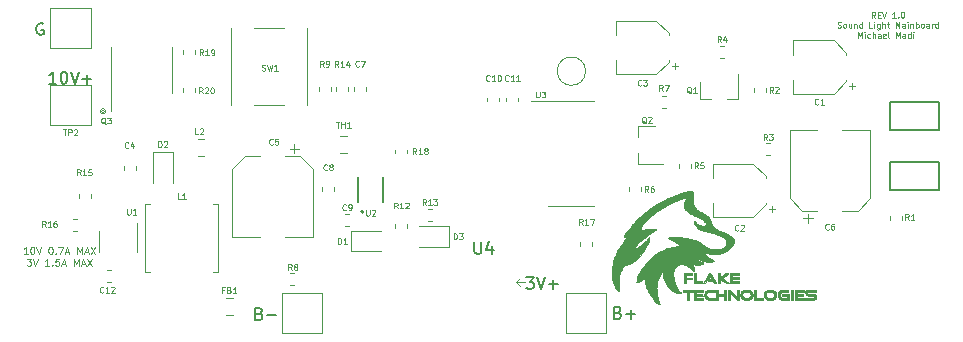
<source format=gto>
G04 #@! TF.GenerationSoftware,KiCad,Pcbnew,(5.1.5)-3*
G04 #@! TF.CreationDate,2020-07-28T19:33:27-07:00*
G04 #@! TF.ProjectId,Main Board,4d61696e-2042-46f6-9172-642e6b696361,rev?*
G04 #@! TF.SameCoordinates,Original*
G04 #@! TF.FileFunction,Legend,Top*
G04 #@! TF.FilePolarity,Positive*
%FSLAX46Y46*%
G04 Gerber Fmt 4.6, Leading zero omitted, Abs format (unit mm)*
G04 Created by KiCad (PCBNEW (5.1.5)-3) date 2020-07-28 19:33:27*
%MOMM*%
%LPD*%
G04 APERTURE LIST*
%ADD10C,0.100000*%
%ADD11C,0.150000*%
%ADD12C,0.120000*%
%ADD13C,0.010000*%
%ADD14C,0.127000*%
%ADD15C,0.200000*%
G04 APERTURE END LIST*
D10*
X179728571Y-85476190D02*
X179561904Y-85238095D01*
X179442857Y-85476190D02*
X179442857Y-84976190D01*
X179633333Y-84976190D01*
X179680952Y-85000000D01*
X179704761Y-85023809D01*
X179728571Y-85071428D01*
X179728571Y-85142857D01*
X179704761Y-85190476D01*
X179680952Y-85214285D01*
X179633333Y-85238095D01*
X179442857Y-85238095D01*
X179942857Y-85214285D02*
X180109523Y-85214285D01*
X180180952Y-85476190D02*
X179942857Y-85476190D01*
X179942857Y-84976190D01*
X180180952Y-84976190D01*
X180323809Y-84976190D02*
X180490476Y-85476190D01*
X180657142Y-84976190D01*
X181466666Y-85476190D02*
X181180952Y-85476190D01*
X181323809Y-85476190D02*
X181323809Y-84976190D01*
X181276190Y-85047619D01*
X181228571Y-85095238D01*
X181180952Y-85119047D01*
X181680952Y-85428571D02*
X181704761Y-85452380D01*
X181680952Y-85476190D01*
X181657142Y-85452380D01*
X181680952Y-85428571D01*
X181680952Y-85476190D01*
X182014285Y-84976190D02*
X182061904Y-84976190D01*
X182109523Y-85000000D01*
X182133333Y-85023809D01*
X182157142Y-85071428D01*
X182180952Y-85166666D01*
X182180952Y-85285714D01*
X182157142Y-85380952D01*
X182133333Y-85428571D01*
X182109523Y-85452380D01*
X182061904Y-85476190D01*
X182014285Y-85476190D01*
X181966666Y-85452380D01*
X181942857Y-85428571D01*
X181919047Y-85380952D01*
X181895238Y-85285714D01*
X181895238Y-85166666D01*
X181919047Y-85071428D01*
X181942857Y-85023809D01*
X181966666Y-85000000D01*
X182014285Y-84976190D01*
X176538095Y-86302380D02*
X176609523Y-86326190D01*
X176728571Y-86326190D01*
X176776190Y-86302380D01*
X176800000Y-86278571D01*
X176823809Y-86230952D01*
X176823809Y-86183333D01*
X176800000Y-86135714D01*
X176776190Y-86111904D01*
X176728571Y-86088095D01*
X176633333Y-86064285D01*
X176585714Y-86040476D01*
X176561904Y-86016666D01*
X176538095Y-85969047D01*
X176538095Y-85921428D01*
X176561904Y-85873809D01*
X176585714Y-85850000D01*
X176633333Y-85826190D01*
X176752380Y-85826190D01*
X176823809Y-85850000D01*
X177109523Y-86326190D02*
X177061904Y-86302380D01*
X177038095Y-86278571D01*
X177014285Y-86230952D01*
X177014285Y-86088095D01*
X177038095Y-86040476D01*
X177061904Y-86016666D01*
X177109523Y-85992857D01*
X177180952Y-85992857D01*
X177228571Y-86016666D01*
X177252380Y-86040476D01*
X177276190Y-86088095D01*
X177276190Y-86230952D01*
X177252380Y-86278571D01*
X177228571Y-86302380D01*
X177180952Y-86326190D01*
X177109523Y-86326190D01*
X177704761Y-85992857D02*
X177704761Y-86326190D01*
X177490476Y-85992857D02*
X177490476Y-86254761D01*
X177514285Y-86302380D01*
X177561904Y-86326190D01*
X177633333Y-86326190D01*
X177680952Y-86302380D01*
X177704761Y-86278571D01*
X177942857Y-85992857D02*
X177942857Y-86326190D01*
X177942857Y-86040476D02*
X177966666Y-86016666D01*
X178014285Y-85992857D01*
X178085714Y-85992857D01*
X178133333Y-86016666D01*
X178157142Y-86064285D01*
X178157142Y-86326190D01*
X178609523Y-86326190D02*
X178609523Y-85826190D01*
X178609523Y-86302380D02*
X178561904Y-86326190D01*
X178466666Y-86326190D01*
X178419047Y-86302380D01*
X178395238Y-86278571D01*
X178371428Y-86230952D01*
X178371428Y-86088095D01*
X178395238Y-86040476D01*
X178419047Y-86016666D01*
X178466666Y-85992857D01*
X178561904Y-85992857D01*
X178609523Y-86016666D01*
X179466666Y-86326190D02*
X179228571Y-86326190D01*
X179228571Y-85826190D01*
X179633333Y-86326190D02*
X179633333Y-85992857D01*
X179633333Y-85826190D02*
X179609523Y-85850000D01*
X179633333Y-85873809D01*
X179657142Y-85850000D01*
X179633333Y-85826190D01*
X179633333Y-85873809D01*
X180085714Y-85992857D02*
X180085714Y-86397619D01*
X180061904Y-86445238D01*
X180038095Y-86469047D01*
X179990476Y-86492857D01*
X179919047Y-86492857D01*
X179871428Y-86469047D01*
X180085714Y-86302380D02*
X180038095Y-86326190D01*
X179942857Y-86326190D01*
X179895238Y-86302380D01*
X179871428Y-86278571D01*
X179847619Y-86230952D01*
X179847619Y-86088095D01*
X179871428Y-86040476D01*
X179895238Y-86016666D01*
X179942857Y-85992857D01*
X180038095Y-85992857D01*
X180085714Y-86016666D01*
X180323809Y-86326190D02*
X180323809Y-85826190D01*
X180538095Y-86326190D02*
X180538095Y-86064285D01*
X180514285Y-86016666D01*
X180466666Y-85992857D01*
X180395238Y-85992857D01*
X180347619Y-86016666D01*
X180323809Y-86040476D01*
X180704761Y-85992857D02*
X180895238Y-85992857D01*
X180776190Y-85826190D02*
X180776190Y-86254761D01*
X180800000Y-86302380D01*
X180847619Y-86326190D01*
X180895238Y-86326190D01*
X181442857Y-86326190D02*
X181442857Y-85826190D01*
X181609523Y-86183333D01*
X181776190Y-85826190D01*
X181776190Y-86326190D01*
X182228571Y-86326190D02*
X182228571Y-86064285D01*
X182204761Y-86016666D01*
X182157142Y-85992857D01*
X182061904Y-85992857D01*
X182014285Y-86016666D01*
X182228571Y-86302380D02*
X182180952Y-86326190D01*
X182061904Y-86326190D01*
X182014285Y-86302380D01*
X181990476Y-86254761D01*
X181990476Y-86207142D01*
X182014285Y-86159523D01*
X182061904Y-86135714D01*
X182180952Y-86135714D01*
X182228571Y-86111904D01*
X182466666Y-86326190D02*
X182466666Y-85992857D01*
X182466666Y-85826190D02*
X182442857Y-85850000D01*
X182466666Y-85873809D01*
X182490476Y-85850000D01*
X182466666Y-85826190D01*
X182466666Y-85873809D01*
X182704761Y-85992857D02*
X182704761Y-86326190D01*
X182704761Y-86040476D02*
X182728571Y-86016666D01*
X182776190Y-85992857D01*
X182847619Y-85992857D01*
X182895238Y-86016666D01*
X182919047Y-86064285D01*
X182919047Y-86326190D01*
X183157142Y-86326190D02*
X183157142Y-85826190D01*
X183157142Y-86016666D02*
X183204761Y-85992857D01*
X183300000Y-85992857D01*
X183347619Y-86016666D01*
X183371428Y-86040476D01*
X183395238Y-86088095D01*
X183395238Y-86230952D01*
X183371428Y-86278571D01*
X183347619Y-86302380D01*
X183300000Y-86326190D01*
X183204761Y-86326190D01*
X183157142Y-86302380D01*
X183680952Y-86326190D02*
X183633333Y-86302380D01*
X183609523Y-86278571D01*
X183585714Y-86230952D01*
X183585714Y-86088095D01*
X183609523Y-86040476D01*
X183633333Y-86016666D01*
X183680952Y-85992857D01*
X183752380Y-85992857D01*
X183800000Y-86016666D01*
X183823809Y-86040476D01*
X183847619Y-86088095D01*
X183847619Y-86230952D01*
X183823809Y-86278571D01*
X183800000Y-86302380D01*
X183752380Y-86326190D01*
X183680952Y-86326190D01*
X184276190Y-86326190D02*
X184276190Y-86064285D01*
X184252380Y-86016666D01*
X184204761Y-85992857D01*
X184109523Y-85992857D01*
X184061904Y-86016666D01*
X184276190Y-86302380D02*
X184228571Y-86326190D01*
X184109523Y-86326190D01*
X184061904Y-86302380D01*
X184038095Y-86254761D01*
X184038095Y-86207142D01*
X184061904Y-86159523D01*
X184109523Y-86135714D01*
X184228571Y-86135714D01*
X184276190Y-86111904D01*
X184514285Y-86326190D02*
X184514285Y-85992857D01*
X184514285Y-86088095D02*
X184538095Y-86040476D01*
X184561904Y-86016666D01*
X184609523Y-85992857D01*
X184657142Y-85992857D01*
X185038095Y-86326190D02*
X185038095Y-85826190D01*
X185038095Y-86302380D02*
X184990476Y-86326190D01*
X184895238Y-86326190D01*
X184847619Y-86302380D01*
X184823809Y-86278571D01*
X184800000Y-86230952D01*
X184800000Y-86088095D01*
X184823809Y-86040476D01*
X184847619Y-86016666D01*
X184895238Y-85992857D01*
X184990476Y-85992857D01*
X185038095Y-86016666D01*
X178264285Y-87176190D02*
X178264285Y-86676190D01*
X178430952Y-87033333D01*
X178597619Y-86676190D01*
X178597619Y-87176190D01*
X178835714Y-87176190D02*
X178835714Y-86842857D01*
X178835714Y-86676190D02*
X178811904Y-86700000D01*
X178835714Y-86723809D01*
X178859523Y-86700000D01*
X178835714Y-86676190D01*
X178835714Y-86723809D01*
X179288095Y-87152380D02*
X179240476Y-87176190D01*
X179145238Y-87176190D01*
X179097619Y-87152380D01*
X179073809Y-87128571D01*
X179050000Y-87080952D01*
X179050000Y-86938095D01*
X179073809Y-86890476D01*
X179097619Y-86866666D01*
X179145238Y-86842857D01*
X179240476Y-86842857D01*
X179288095Y-86866666D01*
X179502380Y-87176190D02*
X179502380Y-86676190D01*
X179716666Y-87176190D02*
X179716666Y-86914285D01*
X179692857Y-86866666D01*
X179645238Y-86842857D01*
X179573809Y-86842857D01*
X179526190Y-86866666D01*
X179502380Y-86890476D01*
X180169047Y-87176190D02*
X180169047Y-86914285D01*
X180145238Y-86866666D01*
X180097619Y-86842857D01*
X180002380Y-86842857D01*
X179954761Y-86866666D01*
X180169047Y-87152380D02*
X180121428Y-87176190D01*
X180002380Y-87176190D01*
X179954761Y-87152380D01*
X179930952Y-87104761D01*
X179930952Y-87057142D01*
X179954761Y-87009523D01*
X180002380Y-86985714D01*
X180121428Y-86985714D01*
X180169047Y-86961904D01*
X180597619Y-87152380D02*
X180550000Y-87176190D01*
X180454761Y-87176190D01*
X180407142Y-87152380D01*
X180383333Y-87104761D01*
X180383333Y-86914285D01*
X180407142Y-86866666D01*
X180454761Y-86842857D01*
X180550000Y-86842857D01*
X180597619Y-86866666D01*
X180621428Y-86914285D01*
X180621428Y-86961904D01*
X180383333Y-87009523D01*
X180907142Y-87176190D02*
X180859523Y-87152380D01*
X180835714Y-87104761D01*
X180835714Y-86676190D01*
X181478571Y-87176190D02*
X181478571Y-86676190D01*
X181645238Y-87033333D01*
X181811904Y-86676190D01*
X181811904Y-87176190D01*
X182264285Y-87176190D02*
X182264285Y-86914285D01*
X182240476Y-86866666D01*
X182192857Y-86842857D01*
X182097619Y-86842857D01*
X182050000Y-86866666D01*
X182264285Y-87152380D02*
X182216666Y-87176190D01*
X182097619Y-87176190D01*
X182050000Y-87152380D01*
X182026190Y-87104761D01*
X182026190Y-87057142D01*
X182050000Y-87009523D01*
X182097619Y-86985714D01*
X182216666Y-86985714D01*
X182264285Y-86961904D01*
X182716666Y-87176190D02*
X182716666Y-86676190D01*
X182716666Y-87152380D02*
X182669047Y-87176190D01*
X182573809Y-87176190D01*
X182526190Y-87152380D01*
X182502380Y-87128571D01*
X182478571Y-87080952D01*
X182478571Y-86938095D01*
X182502380Y-86890476D01*
X182526190Y-86866666D01*
X182573809Y-86842857D01*
X182669047Y-86842857D01*
X182716666Y-86866666D01*
X182954761Y-87176190D02*
X182954761Y-86842857D01*
X182954761Y-86676190D02*
X182930952Y-86700000D01*
X182954761Y-86723809D01*
X182978571Y-86700000D01*
X182954761Y-86676190D01*
X182954761Y-86723809D01*
D11*
X157962380Y-110438571D02*
X158105238Y-110486190D01*
X158152857Y-110533809D01*
X158200476Y-110629047D01*
X158200476Y-110771904D01*
X158152857Y-110867142D01*
X158105238Y-110914761D01*
X158010000Y-110962380D01*
X157629047Y-110962380D01*
X157629047Y-109962380D01*
X157962380Y-109962380D01*
X158057619Y-110010000D01*
X158105238Y-110057619D01*
X158152857Y-110152857D01*
X158152857Y-110248095D01*
X158105238Y-110343333D01*
X158057619Y-110390952D01*
X157962380Y-110438571D01*
X157629047Y-110438571D01*
X158629047Y-110581428D02*
X159390952Y-110581428D01*
X159010000Y-110962380D02*
X159010000Y-110200476D01*
X127582380Y-110528571D02*
X127725238Y-110576190D01*
X127772857Y-110623809D01*
X127820476Y-110719047D01*
X127820476Y-110861904D01*
X127772857Y-110957142D01*
X127725238Y-111004761D01*
X127630000Y-111052380D01*
X127249047Y-111052380D01*
X127249047Y-110052380D01*
X127582380Y-110052380D01*
X127677619Y-110100000D01*
X127725238Y-110147619D01*
X127772857Y-110242857D01*
X127772857Y-110338095D01*
X127725238Y-110433333D01*
X127677619Y-110480952D01*
X127582380Y-110528571D01*
X127249047Y-110528571D01*
X128249047Y-110671428D02*
X129010952Y-110671428D01*
D12*
X149330000Y-107860000D02*
X149670000Y-108230000D01*
X149330000Y-107870000D02*
X149660000Y-107540000D01*
X149330000Y-107870000D02*
X150090000Y-107870000D01*
D11*
X150179047Y-107442380D02*
X150798095Y-107442380D01*
X150464761Y-107823333D01*
X150607619Y-107823333D01*
X150702857Y-107870952D01*
X150750476Y-107918571D01*
X150798095Y-108013809D01*
X150798095Y-108251904D01*
X150750476Y-108347142D01*
X150702857Y-108394761D01*
X150607619Y-108442380D01*
X150321904Y-108442380D01*
X150226666Y-108394761D01*
X150179047Y-108347142D01*
X151083809Y-107442380D02*
X151417142Y-108442380D01*
X151750476Y-107442380D01*
X152083809Y-108061428D02*
X152845714Y-108061428D01*
X152464761Y-108442380D02*
X152464761Y-107680476D01*
D10*
X107954285Y-105471428D02*
X107611428Y-105471428D01*
X107782857Y-105471428D02*
X107782857Y-104871428D01*
X107725714Y-104957142D01*
X107668571Y-105014285D01*
X107611428Y-105042857D01*
X108325714Y-104871428D02*
X108382857Y-104871428D01*
X108440000Y-104900000D01*
X108468571Y-104928571D01*
X108497142Y-104985714D01*
X108525714Y-105100000D01*
X108525714Y-105242857D01*
X108497142Y-105357142D01*
X108468571Y-105414285D01*
X108440000Y-105442857D01*
X108382857Y-105471428D01*
X108325714Y-105471428D01*
X108268571Y-105442857D01*
X108240000Y-105414285D01*
X108211428Y-105357142D01*
X108182857Y-105242857D01*
X108182857Y-105100000D01*
X108211428Y-104985714D01*
X108240000Y-104928571D01*
X108268571Y-104900000D01*
X108325714Y-104871428D01*
X108697142Y-104871428D02*
X108897142Y-105471428D01*
X109097142Y-104871428D01*
X109868571Y-104871428D02*
X109925714Y-104871428D01*
X109982857Y-104900000D01*
X110011428Y-104928571D01*
X110040000Y-104985714D01*
X110068571Y-105100000D01*
X110068571Y-105242857D01*
X110040000Y-105357142D01*
X110011428Y-105414285D01*
X109982857Y-105442857D01*
X109925714Y-105471428D01*
X109868571Y-105471428D01*
X109811428Y-105442857D01*
X109782857Y-105414285D01*
X109754285Y-105357142D01*
X109725714Y-105242857D01*
X109725714Y-105100000D01*
X109754285Y-104985714D01*
X109782857Y-104928571D01*
X109811428Y-104900000D01*
X109868571Y-104871428D01*
X110325714Y-105414285D02*
X110354285Y-105442857D01*
X110325714Y-105471428D01*
X110297142Y-105442857D01*
X110325714Y-105414285D01*
X110325714Y-105471428D01*
X110554285Y-104871428D02*
X110954285Y-104871428D01*
X110697142Y-105471428D01*
X111154285Y-105300000D02*
X111440000Y-105300000D01*
X111097142Y-105471428D02*
X111297142Y-104871428D01*
X111497142Y-105471428D01*
X112154285Y-105471428D02*
X112154285Y-104871428D01*
X112354285Y-105300000D01*
X112554285Y-104871428D01*
X112554285Y-105471428D01*
X112811428Y-105300000D02*
X113097142Y-105300000D01*
X112754285Y-105471428D02*
X112954285Y-104871428D01*
X113154285Y-105471428D01*
X113297142Y-104871428D02*
X113697142Y-105471428D01*
X113697142Y-104871428D02*
X113297142Y-105471428D01*
X107868571Y-105871428D02*
X108240000Y-105871428D01*
X108040000Y-106100000D01*
X108125714Y-106100000D01*
X108182857Y-106128571D01*
X108211428Y-106157142D01*
X108240000Y-106214285D01*
X108240000Y-106357142D01*
X108211428Y-106414285D01*
X108182857Y-106442857D01*
X108125714Y-106471428D01*
X107954285Y-106471428D01*
X107897142Y-106442857D01*
X107868571Y-106414285D01*
X108411428Y-105871428D02*
X108611428Y-106471428D01*
X108811428Y-105871428D01*
X109782857Y-106471428D02*
X109440000Y-106471428D01*
X109611428Y-106471428D02*
X109611428Y-105871428D01*
X109554285Y-105957142D01*
X109497142Y-106014285D01*
X109440000Y-106042857D01*
X110040000Y-106414285D02*
X110068571Y-106442857D01*
X110040000Y-106471428D01*
X110011428Y-106442857D01*
X110040000Y-106414285D01*
X110040000Y-106471428D01*
X110611428Y-105871428D02*
X110325714Y-105871428D01*
X110297142Y-106157142D01*
X110325714Y-106128571D01*
X110382857Y-106100000D01*
X110525714Y-106100000D01*
X110582857Y-106128571D01*
X110611428Y-106157142D01*
X110640000Y-106214285D01*
X110640000Y-106357142D01*
X110611428Y-106414285D01*
X110582857Y-106442857D01*
X110525714Y-106471428D01*
X110382857Y-106471428D01*
X110325714Y-106442857D01*
X110297142Y-106414285D01*
X110868571Y-106300000D02*
X111154285Y-106300000D01*
X110811428Y-106471428D02*
X111011428Y-105871428D01*
X111211428Y-106471428D01*
X111868571Y-106471428D02*
X111868571Y-105871428D01*
X112068571Y-106300000D01*
X112268571Y-105871428D01*
X112268571Y-106471428D01*
X112525714Y-106300000D02*
X112811428Y-106300000D01*
X112468571Y-106471428D02*
X112668571Y-105871428D01*
X112868571Y-106471428D01*
X113011428Y-105871428D02*
X113411428Y-106471428D01*
X113411428Y-105871428D02*
X113011428Y-106471428D01*
D11*
X109261904Y-85970000D02*
X109166666Y-85922380D01*
X109023809Y-85922380D01*
X108880952Y-85970000D01*
X108785714Y-86065238D01*
X108738095Y-86160476D01*
X108690476Y-86350952D01*
X108690476Y-86493809D01*
X108738095Y-86684285D01*
X108785714Y-86779523D01*
X108880952Y-86874761D01*
X109023809Y-86922380D01*
X109119047Y-86922380D01*
X109261904Y-86874761D01*
X109309523Y-86827142D01*
X109309523Y-86493809D01*
X109119047Y-86493809D01*
X110361904Y-91052380D02*
X109790476Y-91052380D01*
X110076190Y-91052380D02*
X110076190Y-90052380D01*
X109980952Y-90195238D01*
X109885714Y-90290476D01*
X109790476Y-90338095D01*
X110980952Y-90052380D02*
X111076190Y-90052380D01*
X111171428Y-90100000D01*
X111219047Y-90147619D01*
X111266666Y-90242857D01*
X111314285Y-90433333D01*
X111314285Y-90671428D01*
X111266666Y-90861904D01*
X111219047Y-90957142D01*
X111171428Y-91004761D01*
X111076190Y-91052380D01*
X110980952Y-91052380D01*
X110885714Y-91004761D01*
X110838095Y-90957142D01*
X110790476Y-90861904D01*
X110742857Y-90671428D01*
X110742857Y-90433333D01*
X110790476Y-90242857D01*
X110838095Y-90147619D01*
X110885714Y-90100000D01*
X110980952Y-90052380D01*
X111600000Y-90052380D02*
X111933333Y-91052380D01*
X112266666Y-90052380D01*
X112600000Y-90671428D02*
X113361904Y-90671428D01*
X112980952Y-91052380D02*
X112980952Y-90290476D01*
D13*
G36*
X167921848Y-107456632D02*
G01*
X168162044Y-107459608D01*
X168165309Y-107534152D01*
X168168575Y-107608695D01*
X167681653Y-107608695D01*
X167681653Y-107453656D01*
X167921848Y-107456632D01*
G37*
X167921848Y-107456632D02*
X168162044Y-107459608D01*
X168165309Y-107534152D01*
X168168575Y-107608695D01*
X167681653Y-107608695D01*
X167681653Y-107453656D01*
X167921848Y-107456632D01*
G36*
X164202957Y-107619739D02*
G01*
X163750174Y-107619739D01*
X163750174Y-107476174D01*
X164202957Y-107476174D01*
X164202957Y-107619739D01*
G37*
X164202957Y-107619739D02*
X163750174Y-107619739D01*
X163750174Y-107476174D01*
X164202957Y-107476174D01*
X164202957Y-107619739D01*
G36*
X167811413Y-107103313D02*
G01*
X168195174Y-107106217D01*
X168198400Y-107191804D01*
X168201625Y-107277391D01*
X167592905Y-107277391D01*
X167595866Y-107539674D01*
X167598826Y-107801956D01*
X167899761Y-107804894D01*
X168200696Y-107807833D01*
X168200696Y-107973130D01*
X167427653Y-107973130D01*
X167427653Y-107100409D01*
X167811413Y-107103313D01*
G37*
X167811413Y-107103313D02*
X168195174Y-107106217D01*
X168198400Y-107191804D01*
X168201625Y-107277391D01*
X167592905Y-107277391D01*
X167595866Y-107539674D01*
X167598826Y-107801956D01*
X167899761Y-107804894D01*
X168200696Y-107807833D01*
X168200696Y-107973130D01*
X167427653Y-107973130D01*
X167427653Y-107100409D01*
X167811413Y-107103313D01*
G36*
X167232027Y-107101271D02*
G01*
X167267172Y-107103293D01*
X167286935Y-107107207D01*
X167294655Y-107113456D01*
X167295131Y-107116245D01*
X167286569Y-107126506D01*
X167262345Y-107148013D01*
X167224653Y-107179011D01*
X167175687Y-107217747D01*
X167117639Y-107262465D01*
X167052705Y-107311411D01*
X167030087Y-107328231D01*
X166963508Y-107377787D01*
X166903094Y-107423160D01*
X166851023Y-107462681D01*
X166809469Y-107494686D01*
X166780608Y-107517508D01*
X166766615Y-107529481D01*
X166765631Y-107530790D01*
X166774267Y-107538692D01*
X166798458Y-107558186D01*
X166836080Y-107587629D01*
X166885006Y-107625375D01*
X166943113Y-107669781D01*
X167008275Y-107719201D01*
X167041970Y-107744625D01*
X167109521Y-107795976D01*
X167170672Y-107843366D01*
X167223359Y-107885121D01*
X167265515Y-107919570D01*
X167295077Y-107945039D01*
X167309978Y-107959857D01*
X167311296Y-107962734D01*
X167298258Y-107966938D01*
X167267993Y-107970214D01*
X167225354Y-107972176D01*
X167186805Y-107972551D01*
X167068740Y-107971971D01*
X166831305Y-107784380D01*
X166768207Y-107734268D01*
X166710403Y-107687863D01*
X166660296Y-107647137D01*
X166620291Y-107614057D01*
X166592790Y-107590593D01*
X166580197Y-107578713D01*
X166580066Y-107578545D01*
X166570048Y-107554522D01*
X166566261Y-107525925D01*
X166567162Y-107512330D01*
X166571054Y-107499063D01*
X166579721Y-107484465D01*
X166594950Y-107466876D01*
X166618523Y-107444636D01*
X166652228Y-107416088D01*
X166697847Y-107379570D01*
X166757166Y-107333425D01*
X166831969Y-107275992D01*
X166849614Y-107262493D01*
X167061185Y-107100695D01*
X167178158Y-107100695D01*
X167232027Y-107101271D01*
G37*
X167232027Y-107101271D02*
X167267172Y-107103293D01*
X167286935Y-107107207D01*
X167294655Y-107113456D01*
X167295131Y-107116245D01*
X167286569Y-107126506D01*
X167262345Y-107148013D01*
X167224653Y-107179011D01*
X167175687Y-107217747D01*
X167117639Y-107262465D01*
X167052705Y-107311411D01*
X167030087Y-107328231D01*
X166963508Y-107377787D01*
X166903094Y-107423160D01*
X166851023Y-107462681D01*
X166809469Y-107494686D01*
X166780608Y-107517508D01*
X166766615Y-107529481D01*
X166765631Y-107530790D01*
X166774267Y-107538692D01*
X166798458Y-107558186D01*
X166836080Y-107587629D01*
X166885006Y-107625375D01*
X166943113Y-107669781D01*
X167008275Y-107719201D01*
X167041970Y-107744625D01*
X167109521Y-107795976D01*
X167170672Y-107843366D01*
X167223359Y-107885121D01*
X167265515Y-107919570D01*
X167295077Y-107945039D01*
X167309978Y-107959857D01*
X167311296Y-107962734D01*
X167298258Y-107966938D01*
X167267993Y-107970214D01*
X167225354Y-107972176D01*
X167186805Y-107972551D01*
X167068740Y-107971971D01*
X166831305Y-107784380D01*
X166768207Y-107734268D01*
X166710403Y-107687863D01*
X166660296Y-107647137D01*
X166620291Y-107614057D01*
X166592790Y-107590593D01*
X166580197Y-107578713D01*
X166580066Y-107578545D01*
X166570048Y-107554522D01*
X166566261Y-107525925D01*
X166567162Y-107512330D01*
X166571054Y-107499063D01*
X166579721Y-107484465D01*
X166594950Y-107466876D01*
X166618523Y-107444636D01*
X166652228Y-107416088D01*
X166697847Y-107379570D01*
X166757166Y-107333425D01*
X166831969Y-107275992D01*
X166849614Y-107262493D01*
X167061185Y-107100695D01*
X167178158Y-107100695D01*
X167232027Y-107101271D01*
G36*
X166458587Y-107102972D02*
G01*
X166538653Y-107106217D01*
X166541542Y-107539674D01*
X166544431Y-107973130D01*
X166378522Y-107973130D01*
X166378522Y-107099728D01*
X166458587Y-107102972D01*
G37*
X166458587Y-107102972D02*
X166538653Y-107106217D01*
X166541542Y-107539674D01*
X166544431Y-107973130D01*
X166378522Y-107973130D01*
X166378522Y-107099728D01*
X166458587Y-107102972D01*
G36*
X165718546Y-107092191D02*
G01*
X165733975Y-107099498D01*
X165751452Y-107114263D01*
X165772160Y-107137956D01*
X165797286Y-107172051D01*
X165828015Y-107218017D01*
X165865531Y-107277326D01*
X165911019Y-107351450D01*
X165965664Y-107441861D01*
X166018285Y-107529426D01*
X166070479Y-107616673D01*
X166118976Y-107698328D01*
X166162618Y-107772400D01*
X166200248Y-107836898D01*
X166230709Y-107889829D01*
X166252843Y-107929202D01*
X166265493Y-107953025D01*
X166268087Y-107959330D01*
X166260910Y-107966519D01*
X166237744Y-107970936D01*
X166196132Y-107972931D01*
X166170741Y-107973130D01*
X166073395Y-107973130D01*
X166013371Y-107868371D01*
X165953348Y-107763612D01*
X165751805Y-107763458D01*
X165672735Y-107762895D01*
X165614414Y-107761289D01*
X165575525Y-107758557D01*
X165554749Y-107754617D01*
X165550261Y-107750844D01*
X165555425Y-107735232D01*
X165568842Y-107707266D01*
X165584202Y-107679061D01*
X165618143Y-107619739D01*
X165739731Y-107619739D01*
X165788109Y-107619006D01*
X165826671Y-107617019D01*
X165851140Y-107614092D01*
X165857638Y-107611033D01*
X165850301Y-107597186D01*
X165834680Y-107569657D01*
X165813232Y-107532612D01*
X165788416Y-107490217D01*
X165762690Y-107446638D01*
X165738512Y-107406042D01*
X165718340Y-107372594D01*
X165704633Y-107350461D01*
X165699877Y-107343652D01*
X165693801Y-107352796D01*
X165677839Y-107378754D01*
X165653319Y-107419309D01*
X165621571Y-107472249D01*
X165583924Y-107535358D01*
X165541708Y-107606422D01*
X165510933Y-107658391D01*
X165324781Y-107973130D01*
X165233217Y-107973130D01*
X165183707Y-107971959D01*
X165154047Y-107968237D01*
X165142115Y-107961649D01*
X165141653Y-107959551D01*
X165147168Y-107947512D01*
X165162942Y-107918556D01*
X165187820Y-107874675D01*
X165220646Y-107817861D01*
X165260263Y-107750104D01*
X165305516Y-107673398D01*
X165355248Y-107589732D01*
X165391084Y-107529801D01*
X165453247Y-107426385D01*
X165505319Y-107340510D01*
X165548315Y-107270625D01*
X165583252Y-107215182D01*
X165611145Y-107172630D01*
X165633012Y-107141419D01*
X165649868Y-107119999D01*
X165662729Y-107106821D01*
X165672611Y-107100334D01*
X165672693Y-107100300D01*
X165689090Y-107094064D01*
X165703979Y-107090870D01*
X165718546Y-107092191D01*
G37*
X165718546Y-107092191D02*
X165733975Y-107099498D01*
X165751452Y-107114263D01*
X165772160Y-107137956D01*
X165797286Y-107172051D01*
X165828015Y-107218017D01*
X165865531Y-107277326D01*
X165911019Y-107351450D01*
X165965664Y-107441861D01*
X166018285Y-107529426D01*
X166070479Y-107616673D01*
X166118976Y-107698328D01*
X166162618Y-107772400D01*
X166200248Y-107836898D01*
X166230709Y-107889829D01*
X166252843Y-107929202D01*
X166265493Y-107953025D01*
X166268087Y-107959330D01*
X166260910Y-107966519D01*
X166237744Y-107970936D01*
X166196132Y-107972931D01*
X166170741Y-107973130D01*
X166073395Y-107973130D01*
X166013371Y-107868371D01*
X165953348Y-107763612D01*
X165751805Y-107763458D01*
X165672735Y-107762895D01*
X165614414Y-107761289D01*
X165575525Y-107758557D01*
X165554749Y-107754617D01*
X165550261Y-107750844D01*
X165555425Y-107735232D01*
X165568842Y-107707266D01*
X165584202Y-107679061D01*
X165618143Y-107619739D01*
X165739731Y-107619739D01*
X165788109Y-107619006D01*
X165826671Y-107617019D01*
X165851140Y-107614092D01*
X165857638Y-107611033D01*
X165850301Y-107597186D01*
X165834680Y-107569657D01*
X165813232Y-107532612D01*
X165788416Y-107490217D01*
X165762690Y-107446638D01*
X165738512Y-107406042D01*
X165718340Y-107372594D01*
X165704633Y-107350461D01*
X165699877Y-107343652D01*
X165693801Y-107352796D01*
X165677839Y-107378754D01*
X165653319Y-107419309D01*
X165621571Y-107472249D01*
X165583924Y-107535358D01*
X165541708Y-107606422D01*
X165510933Y-107658391D01*
X165324781Y-107973130D01*
X165233217Y-107973130D01*
X165183707Y-107971959D01*
X165154047Y-107968237D01*
X165142115Y-107961649D01*
X165141653Y-107959551D01*
X165147168Y-107947512D01*
X165162942Y-107918556D01*
X165187820Y-107874675D01*
X165220646Y-107817861D01*
X165260263Y-107750104D01*
X165305516Y-107673398D01*
X165355248Y-107589732D01*
X165391084Y-107529801D01*
X165453247Y-107426385D01*
X165505319Y-107340510D01*
X165548315Y-107270625D01*
X165583252Y-107215182D01*
X165611145Y-107172630D01*
X165633012Y-107141419D01*
X165649868Y-107119999D01*
X165662729Y-107106821D01*
X165672611Y-107100334D01*
X165672693Y-107100300D01*
X165689090Y-107094064D01*
X165703979Y-107090870D01*
X165718546Y-107092191D01*
G36*
X164426587Y-107102972D02*
G01*
X164506653Y-107106217D01*
X164512174Y-107454087D01*
X164517696Y-107801956D01*
X164802546Y-107804904D01*
X165087395Y-107807853D01*
X165084154Y-107887730D01*
X165080913Y-107967608D01*
X164713718Y-107970518D01*
X164346522Y-107973428D01*
X164346522Y-107099728D01*
X164426587Y-107102972D01*
G37*
X164426587Y-107102972D02*
X164506653Y-107106217D01*
X164512174Y-107454087D01*
X164517696Y-107801956D01*
X164802546Y-107804904D01*
X165087395Y-107807853D01*
X165084154Y-107887730D01*
X165080913Y-107967608D01*
X164713718Y-107970518D01*
X164346522Y-107973428D01*
X164346522Y-107099728D01*
X164426587Y-107102972D01*
G36*
X164230566Y-107106217D02*
G01*
X164230566Y-107271869D01*
X163946196Y-107274816D01*
X163661826Y-107277764D01*
X163661826Y-107973130D01*
X163496174Y-107973130D01*
X163496174Y-107100397D01*
X164230566Y-107106217D01*
G37*
X164230566Y-107106217D02*
X164230566Y-107271869D01*
X163946196Y-107274816D01*
X163661826Y-107277764D01*
X163661826Y-107973130D01*
X163496174Y-107973130D01*
X163496174Y-107100397D01*
X164230566Y-107106217D01*
G36*
X173388370Y-108848110D02*
G01*
X173628566Y-108851087D01*
X173631831Y-108925630D01*
X173635096Y-109000174D01*
X173148174Y-109000174D01*
X173148174Y-108845134D01*
X173388370Y-108848110D01*
G37*
X173388370Y-108848110D02*
X173628566Y-108851087D01*
X173631831Y-108925630D01*
X173635096Y-109000174D01*
X173148174Y-109000174D01*
X173148174Y-108845134D01*
X173388370Y-108848110D01*
G36*
X164851761Y-108848110D02*
G01*
X165091957Y-108851087D01*
X165095222Y-108925630D01*
X165098488Y-109000174D01*
X164611566Y-109000174D01*
X164611566Y-108845134D01*
X164851761Y-108848110D01*
G37*
X164851761Y-108848110D02*
X165091957Y-108851087D01*
X165095222Y-108925630D01*
X165098488Y-109000174D01*
X164611566Y-109000174D01*
X164611566Y-108845134D01*
X164851761Y-108848110D01*
G36*
X174680921Y-108583282D02*
G01*
X174684147Y-108668869D01*
X174359389Y-108668869D01*
X174265986Y-108668931D01*
X174192099Y-108669226D01*
X174135160Y-108669921D01*
X174092596Y-108671183D01*
X174061839Y-108673178D01*
X174040318Y-108676071D01*
X174025464Y-108680029D01*
X174014705Y-108685219D01*
X174005533Y-108691758D01*
X173983871Y-108716115D01*
X173976587Y-108748309D01*
X173976435Y-108755908D01*
X173976781Y-108780679D01*
X173979447Y-108800043D01*
X173986881Y-108814734D01*
X174001526Y-108825488D01*
X174025829Y-108833040D01*
X174062235Y-108838126D01*
X174113189Y-108841481D01*
X174181136Y-108843839D01*
X174268522Y-108845937D01*
X174276455Y-108846116D01*
X174370065Y-108848544D01*
X174444545Y-108851497D01*
X174502852Y-108855541D01*
X174547943Y-108861243D01*
X174582776Y-108869169D01*
X174610308Y-108879886D01*
X174633495Y-108893959D01*
X174655294Y-108911955D01*
X174664297Y-108920387D01*
X174693183Y-108960871D01*
X174713879Y-109015935D01*
X174724540Y-109079006D01*
X174724316Y-109134185D01*
X174708130Y-109208939D01*
X174675060Y-109270920D01*
X174626416Y-109318464D01*
X174563507Y-109349905D01*
X174551995Y-109353388D01*
X174530428Y-109356302D01*
X174489474Y-109358895D01*
X174431833Y-109361090D01*
X174360205Y-109362811D01*
X174277287Y-109363979D01*
X174185780Y-109364519D01*
X174161413Y-109364547D01*
X173810783Y-109364608D01*
X173810783Y-109198956D01*
X174122761Y-109198693D01*
X174205906Y-109198275D01*
X174283809Y-109197230D01*
X174353156Y-109195652D01*
X174410631Y-109193637D01*
X174452916Y-109191281D01*
X174476698Y-109188679D01*
X174477706Y-109188462D01*
X174520567Y-109173239D01*
X174545309Y-109149380D01*
X174555455Y-109112644D01*
X174556218Y-109094043D01*
X174555810Y-109068509D01*
X174552991Y-109048443D01*
X174545361Y-109033124D01*
X174530525Y-109021832D01*
X174506085Y-109013845D01*
X174469644Y-109008443D01*
X174418805Y-109004904D01*
X174351171Y-109002509D01*
X174264345Y-109000536D01*
X174243872Y-109000116D01*
X174158293Y-108998247D01*
X174091787Y-108996382D01*
X174041345Y-108994244D01*
X174003956Y-108991554D01*
X173976607Y-108988035D01*
X173956288Y-108983407D01*
X173939989Y-108977394D01*
X173926740Y-108970822D01*
X173870146Y-108929631D01*
X173829023Y-108877563D01*
X173803262Y-108818206D01*
X173792751Y-108755148D01*
X173797381Y-108691975D01*
X173817042Y-108632275D01*
X173851622Y-108579635D01*
X173901012Y-108537643D01*
X173940661Y-108517890D01*
X173957521Y-108512136D01*
X173976712Y-108507576D01*
X174000888Y-108504077D01*
X174032702Y-108501500D01*
X174074810Y-108499712D01*
X174129865Y-108498575D01*
X174200522Y-108497955D01*
X174289434Y-108497715D01*
X174335348Y-108497695D01*
X174677696Y-108497695D01*
X174680921Y-108583282D01*
G37*
X174680921Y-108583282D02*
X174684147Y-108668869D01*
X174359389Y-108668869D01*
X174265986Y-108668931D01*
X174192099Y-108669226D01*
X174135160Y-108669921D01*
X174092596Y-108671183D01*
X174061839Y-108673178D01*
X174040318Y-108676071D01*
X174025464Y-108680029D01*
X174014705Y-108685219D01*
X174005533Y-108691758D01*
X173983871Y-108716115D01*
X173976587Y-108748309D01*
X173976435Y-108755908D01*
X173976781Y-108780679D01*
X173979447Y-108800043D01*
X173986881Y-108814734D01*
X174001526Y-108825488D01*
X174025829Y-108833040D01*
X174062235Y-108838126D01*
X174113189Y-108841481D01*
X174181136Y-108843839D01*
X174268522Y-108845937D01*
X174276455Y-108846116D01*
X174370065Y-108848544D01*
X174444545Y-108851497D01*
X174502852Y-108855541D01*
X174547943Y-108861243D01*
X174582776Y-108869169D01*
X174610308Y-108879886D01*
X174633495Y-108893959D01*
X174655294Y-108911955D01*
X174664297Y-108920387D01*
X174693183Y-108960871D01*
X174713879Y-109015935D01*
X174724540Y-109079006D01*
X174724316Y-109134185D01*
X174708130Y-109208939D01*
X174675060Y-109270920D01*
X174626416Y-109318464D01*
X174563507Y-109349905D01*
X174551995Y-109353388D01*
X174530428Y-109356302D01*
X174489474Y-109358895D01*
X174431833Y-109361090D01*
X174360205Y-109362811D01*
X174277287Y-109363979D01*
X174185780Y-109364519D01*
X174161413Y-109364547D01*
X173810783Y-109364608D01*
X173810783Y-109198956D01*
X174122761Y-109198693D01*
X174205906Y-109198275D01*
X174283809Y-109197230D01*
X174353156Y-109195652D01*
X174410631Y-109193637D01*
X174452916Y-109191281D01*
X174476698Y-109188679D01*
X174477706Y-109188462D01*
X174520567Y-109173239D01*
X174545309Y-109149380D01*
X174555455Y-109112644D01*
X174556218Y-109094043D01*
X174555810Y-109068509D01*
X174552991Y-109048443D01*
X174545361Y-109033124D01*
X174530525Y-109021832D01*
X174506085Y-109013845D01*
X174469644Y-109008443D01*
X174418805Y-109004904D01*
X174351171Y-109002509D01*
X174264345Y-109000536D01*
X174243872Y-109000116D01*
X174158293Y-108998247D01*
X174091787Y-108996382D01*
X174041345Y-108994244D01*
X174003956Y-108991554D01*
X173976607Y-108988035D01*
X173956288Y-108983407D01*
X173939989Y-108977394D01*
X173926740Y-108970822D01*
X173870146Y-108929631D01*
X173829023Y-108877563D01*
X173803262Y-108818206D01*
X173792751Y-108755148D01*
X173797381Y-108691975D01*
X173817042Y-108632275D01*
X173851622Y-108579635D01*
X173901012Y-108537643D01*
X173940661Y-108517890D01*
X173957521Y-108512136D01*
X173976712Y-108507576D01*
X174000888Y-108504077D01*
X174032702Y-108501500D01*
X174074810Y-108499712D01*
X174129865Y-108498575D01*
X174200522Y-108497955D01*
X174289434Y-108497715D01*
X174335348Y-108497695D01*
X174677696Y-108497695D01*
X174680921Y-108583282D01*
G36*
X173661696Y-108497695D02*
G01*
X173664921Y-108583282D01*
X173668147Y-108668869D01*
X173059427Y-108668869D01*
X173062387Y-108931152D01*
X173065348Y-109193434D01*
X173366283Y-109196373D01*
X173667218Y-109199311D01*
X173667218Y-109364608D01*
X172894174Y-109364608D01*
X172894174Y-108491887D01*
X173661696Y-108497695D01*
G37*
X173661696Y-108497695D02*
X173664921Y-108583282D01*
X173668147Y-108668869D01*
X173059427Y-108668869D01*
X173062387Y-108931152D01*
X173065348Y-109193434D01*
X173366283Y-109196373D01*
X173667218Y-109199311D01*
X173667218Y-109364608D01*
X172894174Y-109364608D01*
X172894174Y-108491887D01*
X173661696Y-108497695D01*
G36*
X172725889Y-108931152D02*
G01*
X172728778Y-109364608D01*
X172551570Y-109364608D01*
X172554459Y-108931152D01*
X172557348Y-108497695D01*
X172723000Y-108497695D01*
X172725889Y-108931152D01*
G37*
X172725889Y-108931152D02*
X172728778Y-109364608D01*
X172551570Y-109364608D01*
X172554459Y-108931152D01*
X172557348Y-108497695D01*
X172723000Y-108497695D01*
X172725889Y-108931152D01*
G36*
X172084164Y-108494497D02*
G01*
X172105491Y-108494714D01*
X172347522Y-108497695D01*
X172350748Y-108583282D01*
X172353973Y-108668869D01*
X172102269Y-108668931D01*
X172021925Y-108669479D01*
X171949304Y-108670990D01*
X171887804Y-108673329D01*
X171840820Y-108676356D01*
X171811751Y-108679936D01*
X171807996Y-108680813D01*
X171758461Y-108704191D01*
X171711327Y-108743211D01*
X171672759Y-108791751D01*
X171651117Y-108836526D01*
X171637812Y-108906616D01*
X171641924Y-108977983D01*
X171661980Y-109045533D01*
X171696507Y-109104171D01*
X171740734Y-109146537D01*
X171773299Y-109165106D01*
X171813202Y-109179076D01*
X171863571Y-109188939D01*
X171927529Y-109195185D01*
X172008203Y-109198306D01*
X172074196Y-109198892D01*
X172231566Y-109198956D01*
X172231566Y-109000174D01*
X171856087Y-109000174D01*
X171856087Y-108845179D01*
X172129413Y-108848133D01*
X172402740Y-108851087D01*
X172405704Y-109107847D01*
X172408668Y-109364608D01*
X172107530Y-109363870D01*
X172003875Y-109363224D01*
X171920523Y-109361797D01*
X171855703Y-109359512D01*
X171807642Y-109356288D01*
X171774567Y-109352050D01*
X171759855Y-109348587D01*
X171675284Y-109311311D01*
X171603203Y-109257828D01*
X171544705Y-109190848D01*
X171500883Y-109113085D01*
X171472828Y-109027249D01*
X171461635Y-108936052D01*
X171468395Y-108842205D01*
X171494201Y-108748421D01*
X171506363Y-108719513D01*
X171550751Y-108648266D01*
X171612242Y-108587866D01*
X171687520Y-108540744D01*
X171773269Y-108509327D01*
X171801796Y-108503095D01*
X171831388Y-108499831D01*
X171878741Y-108497220D01*
X171939534Y-108495381D01*
X172009449Y-108494434D01*
X172084164Y-108494497D01*
G37*
X172084164Y-108494497D02*
X172105491Y-108494714D01*
X172347522Y-108497695D01*
X172350748Y-108583282D01*
X172353973Y-108668869D01*
X172102269Y-108668931D01*
X172021925Y-108669479D01*
X171949304Y-108670990D01*
X171887804Y-108673329D01*
X171840820Y-108676356D01*
X171811751Y-108679936D01*
X171807996Y-108680813D01*
X171758461Y-108704191D01*
X171711327Y-108743211D01*
X171672759Y-108791751D01*
X171651117Y-108836526D01*
X171637812Y-108906616D01*
X171641924Y-108977983D01*
X171661980Y-109045533D01*
X171696507Y-109104171D01*
X171740734Y-109146537D01*
X171773299Y-109165106D01*
X171813202Y-109179076D01*
X171863571Y-109188939D01*
X171927529Y-109195185D01*
X172008203Y-109198306D01*
X172074196Y-109198892D01*
X172231566Y-109198956D01*
X172231566Y-109000174D01*
X171856087Y-109000174D01*
X171856087Y-108845179D01*
X172129413Y-108848133D01*
X172402740Y-108851087D01*
X172405704Y-109107847D01*
X172408668Y-109364608D01*
X172107530Y-109363870D01*
X172003875Y-109363224D01*
X171920523Y-109361797D01*
X171855703Y-109359512D01*
X171807642Y-109356288D01*
X171774567Y-109352050D01*
X171759855Y-109348587D01*
X171675284Y-109311311D01*
X171603203Y-109257828D01*
X171544705Y-109190848D01*
X171500883Y-109113085D01*
X171472828Y-109027249D01*
X171461635Y-108936052D01*
X171468395Y-108842205D01*
X171494201Y-108748421D01*
X171506363Y-108719513D01*
X171550751Y-108648266D01*
X171612242Y-108587866D01*
X171687520Y-108540744D01*
X171773269Y-108509327D01*
X171801796Y-108503095D01*
X171831388Y-108499831D01*
X171878741Y-108497220D01*
X171939534Y-108495381D01*
X172009449Y-108494434D01*
X172084164Y-108494497D01*
G36*
X170889565Y-108493578D02*
G01*
X170954504Y-108496831D01*
X171006502Y-108502386D01*
X171009282Y-108502829D01*
X171104138Y-108528307D01*
X171185381Y-108570950D01*
X171252134Y-108629878D01*
X171303520Y-108704209D01*
X171338662Y-108793064D01*
X171350293Y-108845115D01*
X171356821Y-108943117D01*
X171343473Y-109037608D01*
X171311682Y-109125736D01*
X171262881Y-109204643D01*
X171198503Y-109271477D01*
X171119981Y-109323382D01*
X171107065Y-109329706D01*
X171083531Y-109340243D01*
X171061891Y-109347967D01*
X171038109Y-109353371D01*
X171008150Y-109356945D01*
X170967978Y-109359181D01*
X170913558Y-109360570D01*
X170845609Y-109361546D01*
X170760749Y-109361920D01*
X170695354Y-109360595D01*
X170646856Y-109357440D01*
X170612691Y-109352323D01*
X170600290Y-109349024D01*
X170514932Y-109310689D01*
X170442377Y-109256320D01*
X170383707Y-109188600D01*
X170340001Y-109110216D01*
X170312343Y-109023853D01*
X170301812Y-108932194D01*
X170303011Y-108917466D01*
X170476659Y-108917466D01*
X170482024Y-108982940D01*
X170502008Y-109045136D01*
X170535644Y-109100512D01*
X170581968Y-109145523D01*
X170640015Y-109176625D01*
X170680616Y-109187228D01*
X170748606Y-109194699D01*
X170826772Y-109197245D01*
X170904288Y-109194831D01*
X170966107Y-109188138D01*
X171010489Y-109177184D01*
X171053102Y-109160767D01*
X171073171Y-109149797D01*
X171122129Y-109104949D01*
X171156554Y-109047675D01*
X171176061Y-108982508D01*
X171180265Y-108913983D01*
X171168781Y-108846633D01*
X171141224Y-108784992D01*
X171107680Y-108743160D01*
X171074131Y-108714660D01*
X171038007Y-108694176D01*
X170995000Y-108680551D01*
X170940800Y-108672633D01*
X170871096Y-108669268D01*
X170830416Y-108668931D01*
X170754717Y-108670044D01*
X170696679Y-108674031D01*
X170651949Y-108681975D01*
X170616174Y-108694963D01*
X170585000Y-108714077D01*
X170557928Y-108736816D01*
X170513646Y-108790861D01*
X170486878Y-108852258D01*
X170476659Y-108917466D01*
X170303011Y-108917466D01*
X170309490Y-108837927D01*
X170336458Y-108743735D01*
X170346798Y-108719513D01*
X170391046Y-108648523D01*
X170452402Y-108588155D01*
X170527423Y-108540949D01*
X170612661Y-108509445D01*
X170640051Y-108503371D01*
X170686928Y-108497523D01*
X170748794Y-108493934D01*
X170818668Y-108492616D01*
X170889565Y-108493578D01*
G37*
X170889565Y-108493578D02*
X170954504Y-108496831D01*
X171006502Y-108502386D01*
X171009282Y-108502829D01*
X171104138Y-108528307D01*
X171185381Y-108570950D01*
X171252134Y-108629878D01*
X171303520Y-108704209D01*
X171338662Y-108793064D01*
X171350293Y-108845115D01*
X171356821Y-108943117D01*
X171343473Y-109037608D01*
X171311682Y-109125736D01*
X171262881Y-109204643D01*
X171198503Y-109271477D01*
X171119981Y-109323382D01*
X171107065Y-109329706D01*
X171083531Y-109340243D01*
X171061891Y-109347967D01*
X171038109Y-109353371D01*
X171008150Y-109356945D01*
X170967978Y-109359181D01*
X170913558Y-109360570D01*
X170845609Y-109361546D01*
X170760749Y-109361920D01*
X170695354Y-109360595D01*
X170646856Y-109357440D01*
X170612691Y-109352323D01*
X170600290Y-109349024D01*
X170514932Y-109310689D01*
X170442377Y-109256320D01*
X170383707Y-109188600D01*
X170340001Y-109110216D01*
X170312343Y-109023853D01*
X170301812Y-108932194D01*
X170303011Y-108917466D01*
X170476659Y-108917466D01*
X170482024Y-108982940D01*
X170502008Y-109045136D01*
X170535644Y-109100512D01*
X170581968Y-109145523D01*
X170640015Y-109176625D01*
X170680616Y-109187228D01*
X170748606Y-109194699D01*
X170826772Y-109197245D01*
X170904288Y-109194831D01*
X170966107Y-109188138D01*
X171010489Y-109177184D01*
X171053102Y-109160767D01*
X171073171Y-109149797D01*
X171122129Y-109104949D01*
X171156554Y-109047675D01*
X171176061Y-108982508D01*
X171180265Y-108913983D01*
X171168781Y-108846633D01*
X171141224Y-108784992D01*
X171107680Y-108743160D01*
X171074131Y-108714660D01*
X171038007Y-108694176D01*
X170995000Y-108680551D01*
X170940800Y-108672633D01*
X170871096Y-108669268D01*
X170830416Y-108668931D01*
X170754717Y-108670044D01*
X170696679Y-108674031D01*
X170651949Y-108681975D01*
X170616174Y-108694963D01*
X170585000Y-108714077D01*
X170557928Y-108736816D01*
X170513646Y-108790861D01*
X170486878Y-108852258D01*
X170476659Y-108917466D01*
X170303011Y-108917466D01*
X170309490Y-108837927D01*
X170336458Y-108743735D01*
X170346798Y-108719513D01*
X170391046Y-108648523D01*
X170452402Y-108588155D01*
X170527423Y-108540949D01*
X170612661Y-108509445D01*
X170640051Y-108503371D01*
X170686928Y-108497523D01*
X170748794Y-108493934D01*
X170818668Y-108492616D01*
X170889565Y-108493578D01*
G36*
X169561805Y-108494451D02*
G01*
X169641870Y-108497695D01*
X169647392Y-108845565D01*
X169652913Y-109193434D01*
X169937763Y-109196383D01*
X170222613Y-109199331D01*
X170216131Y-109359087D01*
X169848935Y-109361996D01*
X169481740Y-109364906D01*
X169481740Y-108491206D01*
X169561805Y-108494451D01*
G37*
X169561805Y-108494451D02*
X169641870Y-108497695D01*
X169647392Y-108845565D01*
X169652913Y-109193434D01*
X169937763Y-109196383D01*
X170222613Y-109199331D01*
X170216131Y-109359087D01*
X169848935Y-109361996D01*
X169481740Y-109364906D01*
X169481740Y-108491206D01*
X169561805Y-108494451D01*
G36*
X168879652Y-108493578D02*
G01*
X168944591Y-108496831D01*
X168996589Y-108502386D01*
X168999369Y-108502829D01*
X169094225Y-108528307D01*
X169175468Y-108570950D01*
X169242221Y-108629878D01*
X169293607Y-108704209D01*
X169328749Y-108793064D01*
X169340380Y-108845115D01*
X169346908Y-108943117D01*
X169333560Y-109037608D01*
X169301769Y-109125736D01*
X169252968Y-109204643D01*
X169188590Y-109271477D01*
X169110068Y-109323382D01*
X169097152Y-109329706D01*
X169073618Y-109340243D01*
X169051978Y-109347967D01*
X169028196Y-109353371D01*
X168998237Y-109356945D01*
X168958065Y-109359181D01*
X168903645Y-109360570D01*
X168835696Y-109361546D01*
X168750836Y-109361920D01*
X168685441Y-109360595D01*
X168636943Y-109357440D01*
X168602778Y-109352323D01*
X168590377Y-109349024D01*
X168505019Y-109310689D01*
X168432464Y-109256320D01*
X168373794Y-109188600D01*
X168330088Y-109110216D01*
X168302430Y-109023853D01*
X168291899Y-108932194D01*
X168293098Y-108917466D01*
X168466746Y-108917466D01*
X168472111Y-108982940D01*
X168492094Y-109045136D01*
X168525731Y-109100512D01*
X168572055Y-109145523D01*
X168630102Y-109176625D01*
X168670703Y-109187228D01*
X168738693Y-109194699D01*
X168816859Y-109197245D01*
X168894375Y-109194831D01*
X168956194Y-109188138D01*
X169000576Y-109177184D01*
X169043189Y-109160767D01*
X169063258Y-109149797D01*
X169112216Y-109104949D01*
X169146641Y-109047675D01*
X169166148Y-108982508D01*
X169170352Y-108913983D01*
X169158868Y-108846633D01*
X169131311Y-108784992D01*
X169097767Y-108743160D01*
X169064218Y-108714660D01*
X169028094Y-108694176D01*
X168985087Y-108680551D01*
X168930887Y-108672633D01*
X168861183Y-108669268D01*
X168820503Y-108668931D01*
X168744804Y-108670044D01*
X168686766Y-108674031D01*
X168642036Y-108681975D01*
X168606261Y-108694963D01*
X168575087Y-108714077D01*
X168548015Y-108736816D01*
X168503733Y-108790861D01*
X168476965Y-108852258D01*
X168466746Y-108917466D01*
X168293098Y-108917466D01*
X168299577Y-108837927D01*
X168326545Y-108743735D01*
X168336885Y-108719513D01*
X168381133Y-108648523D01*
X168442489Y-108588155D01*
X168517510Y-108540949D01*
X168602748Y-108509445D01*
X168630138Y-108503371D01*
X168677015Y-108497523D01*
X168738881Y-108493934D01*
X168808755Y-108492616D01*
X168879652Y-108493578D01*
G37*
X168879652Y-108493578D02*
X168944591Y-108496831D01*
X168996589Y-108502386D01*
X168999369Y-108502829D01*
X169094225Y-108528307D01*
X169175468Y-108570950D01*
X169242221Y-108629878D01*
X169293607Y-108704209D01*
X169328749Y-108793064D01*
X169340380Y-108845115D01*
X169346908Y-108943117D01*
X169333560Y-109037608D01*
X169301769Y-109125736D01*
X169252968Y-109204643D01*
X169188590Y-109271477D01*
X169110068Y-109323382D01*
X169097152Y-109329706D01*
X169073618Y-109340243D01*
X169051978Y-109347967D01*
X169028196Y-109353371D01*
X168998237Y-109356945D01*
X168958065Y-109359181D01*
X168903645Y-109360570D01*
X168835696Y-109361546D01*
X168750836Y-109361920D01*
X168685441Y-109360595D01*
X168636943Y-109357440D01*
X168602778Y-109352323D01*
X168590377Y-109349024D01*
X168505019Y-109310689D01*
X168432464Y-109256320D01*
X168373794Y-109188600D01*
X168330088Y-109110216D01*
X168302430Y-109023853D01*
X168291899Y-108932194D01*
X168293098Y-108917466D01*
X168466746Y-108917466D01*
X168472111Y-108982940D01*
X168492094Y-109045136D01*
X168525731Y-109100512D01*
X168572055Y-109145523D01*
X168630102Y-109176625D01*
X168670703Y-109187228D01*
X168738693Y-109194699D01*
X168816859Y-109197245D01*
X168894375Y-109194831D01*
X168956194Y-109188138D01*
X169000576Y-109177184D01*
X169043189Y-109160767D01*
X169063258Y-109149797D01*
X169112216Y-109104949D01*
X169146641Y-109047675D01*
X169166148Y-108982508D01*
X169170352Y-108913983D01*
X169158868Y-108846633D01*
X169131311Y-108784992D01*
X169097767Y-108743160D01*
X169064218Y-108714660D01*
X169028094Y-108694176D01*
X168985087Y-108680551D01*
X168930887Y-108672633D01*
X168861183Y-108669268D01*
X168820503Y-108668931D01*
X168744804Y-108670044D01*
X168686766Y-108674031D01*
X168642036Y-108681975D01*
X168606261Y-108694963D01*
X168575087Y-108714077D01*
X168548015Y-108736816D01*
X168503733Y-108790861D01*
X168476965Y-108852258D01*
X168466746Y-108917466D01*
X168293098Y-108917466D01*
X168299577Y-108837927D01*
X168326545Y-108743735D01*
X168336885Y-108719513D01*
X168381133Y-108648523D01*
X168442489Y-108588155D01*
X168517510Y-108540949D01*
X168602748Y-108509445D01*
X168630138Y-108503371D01*
X168677015Y-108497523D01*
X168738881Y-108493934D01*
X168808755Y-108492616D01*
X168879652Y-108493578D01*
G36*
X167115802Y-108931152D02*
G01*
X167118692Y-109364608D01*
X166941740Y-109364608D01*
X166941740Y-109000174D01*
X166522087Y-109000174D01*
X166522087Y-108845565D01*
X166941179Y-108845565D01*
X166947261Y-108497695D01*
X167112913Y-108497695D01*
X167115802Y-108931152D01*
G37*
X167115802Y-108931152D02*
X167118692Y-109364608D01*
X166941740Y-109364608D01*
X166941740Y-109000174D01*
X166522087Y-109000174D01*
X166522087Y-108845565D01*
X166941179Y-108845565D01*
X166947261Y-108497695D01*
X167112913Y-108497695D01*
X167115802Y-108931152D01*
G36*
X166348153Y-108494451D02*
G01*
X166428218Y-108497695D01*
X166431107Y-108931152D01*
X166433996Y-109364608D01*
X166268087Y-109364608D01*
X166268087Y-108491206D01*
X166348153Y-108494451D01*
G37*
X166348153Y-108494451D02*
X166428218Y-108497695D01*
X166431107Y-108931152D01*
X166433996Y-109364608D01*
X166268087Y-109364608D01*
X166268087Y-108491206D01*
X166348153Y-108494451D01*
G36*
X165866686Y-108494497D02*
G01*
X165888013Y-108494714D01*
X166130044Y-108497695D01*
X166133269Y-108583282D01*
X166136495Y-108668869D01*
X165884791Y-108668931D01*
X165804447Y-108669479D01*
X165731826Y-108670990D01*
X165670325Y-108673329D01*
X165623342Y-108676356D01*
X165594273Y-108679936D01*
X165590518Y-108680813D01*
X165540983Y-108704191D01*
X165493848Y-108743211D01*
X165455281Y-108791751D01*
X165433639Y-108836526D01*
X165420334Y-108906616D01*
X165424446Y-108977983D01*
X165444501Y-109045533D01*
X165479028Y-109104171D01*
X165523256Y-109146537D01*
X165550326Y-109162644D01*
X165582233Y-109175243D01*
X165621833Y-109184713D01*
X165671979Y-109191434D01*
X165735530Y-109195784D01*
X165815339Y-109198143D01*
X165914262Y-109198891D01*
X165917457Y-109198892D01*
X166135566Y-109198956D01*
X166135566Y-109364608D01*
X165862240Y-109363870D01*
X165761584Y-109363118D01*
X165681342Y-109361411D01*
X165619859Y-109358671D01*
X165575479Y-109354819D01*
X165546547Y-109349774D01*
X165542377Y-109348587D01*
X165457806Y-109311311D01*
X165385725Y-109257828D01*
X165327227Y-109190848D01*
X165283404Y-109113085D01*
X165255350Y-109027249D01*
X165244156Y-108936052D01*
X165250916Y-108842205D01*
X165276723Y-108748421D01*
X165288885Y-108719513D01*
X165333273Y-108648266D01*
X165394764Y-108587866D01*
X165470042Y-108540744D01*
X165555791Y-108509327D01*
X165584318Y-108503095D01*
X165613910Y-108499831D01*
X165661262Y-108497220D01*
X165722056Y-108495381D01*
X165791970Y-108494434D01*
X165866686Y-108494497D01*
G37*
X165866686Y-108494497D02*
X165888013Y-108494714D01*
X166130044Y-108497695D01*
X166133269Y-108583282D01*
X166136495Y-108668869D01*
X165884791Y-108668931D01*
X165804447Y-108669479D01*
X165731826Y-108670990D01*
X165670325Y-108673329D01*
X165623342Y-108676356D01*
X165594273Y-108679936D01*
X165590518Y-108680813D01*
X165540983Y-108704191D01*
X165493848Y-108743211D01*
X165455281Y-108791751D01*
X165433639Y-108836526D01*
X165420334Y-108906616D01*
X165424446Y-108977983D01*
X165444501Y-109045533D01*
X165479028Y-109104171D01*
X165523256Y-109146537D01*
X165550326Y-109162644D01*
X165582233Y-109175243D01*
X165621833Y-109184713D01*
X165671979Y-109191434D01*
X165735530Y-109195784D01*
X165815339Y-109198143D01*
X165914262Y-109198891D01*
X165917457Y-109198892D01*
X166135566Y-109198956D01*
X166135566Y-109364608D01*
X165862240Y-109363870D01*
X165761584Y-109363118D01*
X165681342Y-109361411D01*
X165619859Y-109358671D01*
X165575479Y-109354819D01*
X165546547Y-109349774D01*
X165542377Y-109348587D01*
X165457806Y-109311311D01*
X165385725Y-109257828D01*
X165327227Y-109190848D01*
X165283404Y-109113085D01*
X165255350Y-109027249D01*
X165244156Y-108936052D01*
X165250916Y-108842205D01*
X165276723Y-108748421D01*
X165288885Y-108719513D01*
X165333273Y-108648266D01*
X165394764Y-108587866D01*
X165470042Y-108540744D01*
X165555791Y-108509327D01*
X165584318Y-108503095D01*
X165613910Y-108499831D01*
X165661262Y-108497220D01*
X165722056Y-108495381D01*
X165791970Y-108494434D01*
X165866686Y-108494497D01*
G36*
X164741326Y-108494791D02*
G01*
X165125087Y-108497695D01*
X165128313Y-108583282D01*
X165131538Y-108668869D01*
X164522818Y-108668869D01*
X164525779Y-108931152D01*
X164528740Y-109193434D01*
X164829674Y-109196373D01*
X165130609Y-109199311D01*
X165130609Y-109364608D01*
X164357566Y-109364608D01*
X164357566Y-108491887D01*
X164741326Y-108494791D01*
G37*
X164741326Y-108494791D02*
X165125087Y-108497695D01*
X165128313Y-108583282D01*
X165131538Y-108668869D01*
X164522818Y-108668869D01*
X164525779Y-108931152D01*
X164528740Y-109193434D01*
X164829674Y-109196373D01*
X165130609Y-109199311D01*
X165130609Y-109364608D01*
X164357566Y-109364608D01*
X164357566Y-108491887D01*
X164741326Y-108494791D01*
G36*
X164252653Y-108663347D02*
G01*
X164095440Y-108666411D01*
X163938227Y-108669474D01*
X163935309Y-109014280D01*
X163932392Y-109359087D01*
X163761218Y-109365537D01*
X163761218Y-108668869D01*
X163440028Y-108668869D01*
X163443253Y-108583282D01*
X163446479Y-108497695D01*
X164252653Y-108497695D01*
X164252653Y-108663347D01*
G37*
X164252653Y-108663347D02*
X164095440Y-108666411D01*
X163938227Y-108669474D01*
X163935309Y-109014280D01*
X163932392Y-109359087D01*
X163761218Y-109365537D01*
X163761218Y-108668869D01*
X163440028Y-108668869D01*
X163443253Y-108583282D01*
X163446479Y-108497695D01*
X164252653Y-108497695D01*
X164252653Y-108663347D01*
G36*
X167374104Y-108488689D02*
G01*
X167381188Y-108491225D01*
X167395903Y-108501803D01*
X167424159Y-108526264D01*
X167463996Y-108562760D01*
X167513456Y-108609440D01*
X167570576Y-108664455D01*
X167633398Y-108725955D01*
X167698609Y-108790739D01*
X167764078Y-108856024D01*
X167824740Y-108916093D01*
X167878810Y-108969210D01*
X167924504Y-109013640D01*
X167960038Y-109047650D01*
X167983628Y-109069506D01*
X167993489Y-109077472D01*
X167993551Y-109077478D01*
X167995774Y-109066913D01*
X167997775Y-109037134D01*
X167999471Y-108991013D01*
X168000781Y-108931421D01*
X168001622Y-108861230D01*
X168001913Y-108784826D01*
X168001913Y-108492174D01*
X168168325Y-108492174D01*
X168165184Y-108912810D01*
X168162044Y-109333447D01*
X168135973Y-109354550D01*
X168097134Y-109372682D01*
X168052979Y-109371112D01*
X168024000Y-109359506D01*
X168010051Y-109348201D01*
X167982750Y-109322888D01*
X167944044Y-109285491D01*
X167895881Y-109237930D01*
X167840209Y-109182126D01*
X167778978Y-109120003D01*
X167722179Y-109061774D01*
X167658558Y-108996521D01*
X167599597Y-108936591D01*
X167547094Y-108883771D01*
X167502851Y-108839850D01*
X167468666Y-108806615D01*
X167446339Y-108785852D01*
X167437810Y-108779304D01*
X167434888Y-108789963D01*
X167432353Y-108820404D01*
X167430284Y-108868325D01*
X167428762Y-108931424D01*
X167427866Y-109007399D01*
X167427653Y-109071956D01*
X167427653Y-109364608D01*
X167262000Y-109364608D01*
X167262000Y-108962041D01*
X167262313Y-108838973D01*
X167263262Y-108737387D01*
X167264866Y-108656686D01*
X167267141Y-108596273D01*
X167270105Y-108555552D01*
X167273775Y-108533926D01*
X167274476Y-108532092D01*
X167299101Y-108502162D01*
X167334873Y-108486713D01*
X167374104Y-108488689D01*
G37*
X167374104Y-108488689D02*
X167381188Y-108491225D01*
X167395903Y-108501803D01*
X167424159Y-108526264D01*
X167463996Y-108562760D01*
X167513456Y-108609440D01*
X167570576Y-108664455D01*
X167633398Y-108725955D01*
X167698609Y-108790739D01*
X167764078Y-108856024D01*
X167824740Y-108916093D01*
X167878810Y-108969210D01*
X167924504Y-109013640D01*
X167960038Y-109047650D01*
X167983628Y-109069506D01*
X167993489Y-109077472D01*
X167993551Y-109077478D01*
X167995774Y-109066913D01*
X167997775Y-109037134D01*
X167999471Y-108991013D01*
X168000781Y-108931421D01*
X168001622Y-108861230D01*
X168001913Y-108784826D01*
X168001913Y-108492174D01*
X168168325Y-108492174D01*
X168165184Y-108912810D01*
X168162044Y-109333447D01*
X168135973Y-109354550D01*
X168097134Y-109372682D01*
X168052979Y-109371112D01*
X168024000Y-109359506D01*
X168010051Y-109348201D01*
X167982750Y-109322888D01*
X167944044Y-109285491D01*
X167895881Y-109237930D01*
X167840209Y-109182126D01*
X167778978Y-109120003D01*
X167722179Y-109061774D01*
X167658558Y-108996521D01*
X167599597Y-108936591D01*
X167547094Y-108883771D01*
X167502851Y-108839850D01*
X167468666Y-108806615D01*
X167446339Y-108785852D01*
X167437810Y-108779304D01*
X167434888Y-108789963D01*
X167432353Y-108820404D01*
X167430284Y-108868325D01*
X167428762Y-108931424D01*
X167427866Y-109007399D01*
X167427653Y-109071956D01*
X167427653Y-109364608D01*
X167262000Y-109364608D01*
X167262000Y-108962041D01*
X167262313Y-108838973D01*
X167263262Y-108737387D01*
X167264866Y-108656686D01*
X167267141Y-108596273D01*
X167270105Y-108555552D01*
X167273775Y-108533926D01*
X167274476Y-108532092D01*
X167299101Y-108502162D01*
X167334873Y-108486713D01*
X167374104Y-108488689D01*
G36*
X164182691Y-100114040D02*
G01*
X164209960Y-100131405D01*
X164237843Y-100167869D01*
X164264392Y-100220593D01*
X164275528Y-100249271D01*
X164280643Y-100266075D01*
X164284945Y-100286912D01*
X164288565Y-100314058D01*
X164291634Y-100349787D01*
X164294284Y-100396376D01*
X164296645Y-100456101D01*
X164298849Y-100531237D01*
X164301026Y-100624060D01*
X164303149Y-100728608D01*
X164305772Y-100852192D01*
X164308565Y-100956024D01*
X164311716Y-101042440D01*
X164315412Y-101113776D01*
X164319838Y-101172366D01*
X164325183Y-101220547D01*
X164331633Y-101260653D01*
X164339375Y-101295021D01*
X164348595Y-101325985D01*
X164351640Y-101334856D01*
X164370596Y-101376434D01*
X164401302Y-101430012D01*
X164440649Y-101491254D01*
X164485524Y-101555820D01*
X164532817Y-101619374D01*
X164579416Y-101677578D01*
X164622209Y-101726094D01*
X164655370Y-101758296D01*
X164675403Y-101771974D01*
X164712546Y-101793928D01*
X164764088Y-101822686D01*
X164827316Y-101856779D01*
X164899521Y-101894735D01*
X164977991Y-101935084D01*
X165027350Y-101960030D01*
X165149414Y-102022130D01*
X165253472Y-102077348D01*
X165341777Y-102127604D01*
X165416582Y-102174816D01*
X165480139Y-102220904D01*
X165534701Y-102267786D01*
X165582521Y-102317380D01*
X165625850Y-102371607D01*
X165666943Y-102432384D01*
X165708051Y-102501630D01*
X165747107Y-102573124D01*
X165767540Y-102615746D01*
X165790173Y-102669805D01*
X165813381Y-102730569D01*
X165835540Y-102793308D01*
X165855025Y-102853292D01*
X165870211Y-102905789D01*
X165879475Y-102946070D01*
X165881566Y-102964642D01*
X165886270Y-102980393D01*
X165898851Y-103010430D01*
X165917015Y-103049433D01*
X165926329Y-103068356D01*
X165955681Y-103121953D01*
X165985535Y-103163253D01*
X166022740Y-103201113D01*
X166041859Y-103217826D01*
X166113793Y-103272561D01*
X166203213Y-103330357D01*
X166306141Y-103389058D01*
X166418602Y-103446507D01*
X166536618Y-103500546D01*
X166643566Y-103544203D01*
X166782473Y-103598772D01*
X166912520Y-103652362D01*
X167031465Y-103703961D01*
X167137066Y-103752554D01*
X167227083Y-103797127D01*
X167299276Y-103836666D01*
X167326041Y-103852986D01*
X167435190Y-103924184D01*
X167525823Y-103987082D01*
X167599349Y-104042907D01*
X167657180Y-104092887D01*
X167700725Y-104138246D01*
X167731395Y-104180213D01*
X167750600Y-104220012D01*
X167751662Y-104223076D01*
X167763708Y-104277642D01*
X167769203Y-104344726D01*
X167768129Y-104415743D01*
X167760464Y-104482112D01*
X167752358Y-104517278D01*
X167712253Y-104619251D01*
X167651081Y-104724868D01*
X167569415Y-104833355D01*
X167467831Y-104943937D01*
X167363714Y-105041232D01*
X167243260Y-105141649D01*
X167129685Y-105224847D01*
X167019273Y-105292985D01*
X166908309Y-105348225D01*
X166793078Y-105392726D01*
X166720870Y-105415023D01*
X166657076Y-105432625D01*
X166601132Y-105446590D01*
X166549409Y-105457217D01*
X166498277Y-105464810D01*
X166444105Y-105469670D01*
X166383263Y-105472098D01*
X166312121Y-105472397D01*
X166227049Y-105470868D01*
X166124417Y-105467813D01*
X166096913Y-105466892D01*
X165937994Y-105459937D01*
X165788519Y-105450304D01*
X165651118Y-105438250D01*
X165528417Y-105424034D01*
X165423044Y-105407912D01*
X165353554Y-105393946D01*
X165315988Y-105385651D01*
X165286880Y-105379859D01*
X165273489Y-105377913D01*
X165263946Y-105386623D01*
X165264982Y-105409864D01*
X165275696Y-105443296D01*
X165295183Y-105482583D01*
X165295323Y-105482826D01*
X165330275Y-105535692D01*
X165372895Y-105585317D01*
X165425674Y-105633697D01*
X165491101Y-105682831D01*
X165571668Y-105734715D01*
X165669863Y-105791346D01*
X165701849Y-105808864D01*
X165798201Y-105863659D01*
X165879247Y-105915044D01*
X165943737Y-105962077D01*
X165990416Y-106003816D01*
X166018033Y-106039318D01*
X166023075Y-106050415D01*
X166034858Y-106084214D01*
X165963100Y-106106378D01*
X165867346Y-106128291D01*
X165756598Y-106140482D01*
X165635717Y-106142912D01*
X165509560Y-106135542D01*
X165382987Y-106118332D01*
X165346475Y-106111410D01*
X165271419Y-106094045D01*
X165183246Y-106070172D01*
X165089152Y-106041957D01*
X164996332Y-106011566D01*
X164911982Y-105981168D01*
X164904590Y-105978327D01*
X164859398Y-105962071D01*
X164808094Y-105945541D01*
X164755123Y-105929929D01*
X164704932Y-105916425D01*
X164661970Y-105906221D01*
X164630681Y-105900508D01*
X164615513Y-105900477D01*
X164615100Y-105900784D01*
X164614546Y-105915548D01*
X164627921Y-105939575D01*
X164651868Y-105968379D01*
X164683030Y-105997471D01*
X164693795Y-106005971D01*
X164764140Y-106053337D01*
X164835921Y-106088806D01*
X164914747Y-106114379D01*
X165006224Y-106132055D01*
X165068597Y-106139609D01*
X165113848Y-106145339D01*
X165151077Y-106152201D01*
X165174498Y-106159039D01*
X165178828Y-106161628D01*
X165182429Y-106179462D01*
X165173157Y-106207368D01*
X165154125Y-106240179D01*
X165128446Y-106272727D01*
X165099234Y-106299845D01*
X165092744Y-106304500D01*
X165043809Y-106333358D01*
X164987398Y-106357746D01*
X164918059Y-106379779D01*
X164861214Y-106394382D01*
X164760487Y-106411862D01*
X164662492Y-106414348D01*
X164563420Y-106401259D01*
X164459458Y-106372013D01*
X164346796Y-106326031D01*
X164315295Y-106311110D01*
X164242629Y-106278386D01*
X164184459Y-106257695D01*
X164141839Y-106249322D01*
X164115823Y-106253554D01*
X164112442Y-106256196D01*
X164117375Y-106265780D01*
X164135327Y-106287008D01*
X164163212Y-106316411D01*
X164187116Y-106340123D01*
X164266846Y-106431219D01*
X164325997Y-106529727D01*
X164364336Y-106635117D01*
X164381633Y-106746858D01*
X164382665Y-106788326D01*
X164380992Y-106839107D01*
X164376065Y-106874771D01*
X164366566Y-106902202D01*
X164357807Y-106918087D01*
X164340484Y-106942426D01*
X164326347Y-106956068D01*
X164323286Y-106957130D01*
X164313213Y-106948437D01*
X164294501Y-106925035D01*
X164270225Y-106890944D01*
X164253610Y-106866021D01*
X164215049Y-106810786D01*
X164174024Y-106761222D01*
X164127220Y-106714351D01*
X164071324Y-106667192D01*
X164003021Y-106616768D01*
X163918998Y-106560099D01*
X163898261Y-106546620D01*
X163810227Y-106495835D01*
X163711920Y-106449573D01*
X163609226Y-106409962D01*
X163508030Y-106379129D01*
X163414216Y-106359202D01*
X163363653Y-106353347D01*
X163292036Y-106353998D01*
X163209565Y-106363718D01*
X163124726Y-106380900D01*
X163046002Y-106403942D01*
X163000555Y-106422017D01*
X162901965Y-106478903D01*
X162817268Y-106552629D01*
X162746823Y-106642582D01*
X162690988Y-106748145D01*
X162650123Y-106868706D01*
X162624585Y-107003649D01*
X162617587Y-107077689D01*
X162615608Y-107113823D01*
X162614963Y-107147174D01*
X162616015Y-107181193D01*
X162619126Y-107219329D01*
X162624661Y-107265034D01*
X162632981Y-107321757D01*
X162644451Y-107392950D01*
X162659432Y-107482063D01*
X162661247Y-107492739D01*
X162685732Y-107617472D01*
X162717197Y-107742550D01*
X162756897Y-107871884D01*
X162806090Y-108009386D01*
X162866030Y-108158969D01*
X162902974Y-108245373D01*
X162970125Y-108381610D01*
X163047047Y-108502279D01*
X163137669Y-108613111D01*
X163196853Y-108673976D01*
X163231039Y-108709965D01*
X163248397Y-108736906D01*
X163250053Y-108758613D01*
X163237136Y-108778899D01*
X163229930Y-108785875D01*
X163212834Y-108797358D01*
X163189801Y-108803225D01*
X163154502Y-108804608D01*
X163128953Y-108803920D01*
X163009386Y-108792159D01*
X162899086Y-108765195D01*
X162789462Y-108720829D01*
X162772826Y-108712677D01*
X162617961Y-108623427D01*
X162470162Y-108515105D01*
X162331180Y-108390077D01*
X162202763Y-108250710D01*
X162086663Y-108099369D01*
X161984629Y-107938419D01*
X161898411Y-107770228D01*
X161829759Y-107597161D01*
X161780422Y-107421584D01*
X161766695Y-107352367D01*
X161759732Y-107294475D01*
X161755589Y-107221491D01*
X161754238Y-107140223D01*
X161755648Y-107057480D01*
X161759790Y-106980073D01*
X161766636Y-106914809D01*
X161768643Y-106901913D01*
X161775165Y-106863260D01*
X161713836Y-106929233D01*
X161691794Y-106954839D01*
X161669045Y-106985624D01*
X161643992Y-107024245D01*
X161615040Y-107073360D01*
X161580591Y-107135626D01*
X161539050Y-107213700D01*
X161512887Y-107263793D01*
X161473988Y-107339185D01*
X161436701Y-107412497D01*
X161402803Y-107480156D01*
X161374068Y-107538592D01*
X161352272Y-107584235D01*
X161340150Y-107611201D01*
X161307823Y-107700694D01*
X161278192Y-107806651D01*
X161252183Y-107923517D01*
X161230722Y-108045739D01*
X161214736Y-108167765D01*
X161205151Y-108284041D01*
X161202895Y-108389015D01*
X161204213Y-108425913D01*
X161212293Y-108549407D01*
X161222554Y-108662003D01*
X161235998Y-108772096D01*
X161253629Y-108888084D01*
X161272125Y-108994652D01*
X161298289Y-109130871D01*
X161324473Y-109248962D01*
X161351825Y-109352854D01*
X161381490Y-109446477D01*
X161414616Y-109533761D01*
X161452348Y-109618635D01*
X161457074Y-109628500D01*
X161474523Y-109674457D01*
X161475432Y-109706226D01*
X161459528Y-109724034D01*
X161426542Y-109728111D01*
X161376204Y-109718687D01*
X161357148Y-109713095D01*
X161306589Y-109690159D01*
X161248516Y-109651985D01*
X161187252Y-109601983D01*
X161127121Y-109543560D01*
X161091402Y-109503533D01*
X160979644Y-109367737D01*
X160881941Y-109242568D01*
X160795682Y-109124153D01*
X160718260Y-109008621D01*
X160647065Y-108892100D01*
X160579488Y-108770721D01*
X160521445Y-108657826D01*
X160456287Y-108524762D01*
X160401575Y-108408311D01*
X160356349Y-108306176D01*
X160319645Y-108216057D01*
X160290502Y-108135655D01*
X160267958Y-108062673D01*
X160260274Y-108033869D01*
X160245931Y-107971076D01*
X160231798Y-107898021D01*
X160218746Y-107820472D01*
X160207648Y-107744199D01*
X160199376Y-107674968D01*
X160194802Y-107618549D01*
X160194174Y-107596639D01*
X160192691Y-107569342D01*
X160188996Y-107554423D01*
X160187636Y-107553478D01*
X160176721Y-107559581D01*
X160151519Y-107576274D01*
X160115587Y-107601129D01*
X160072482Y-107631721D01*
X160064588Y-107637397D01*
X159972478Y-107700241D01*
X159884970Y-107751741D01*
X159792332Y-107797354D01*
X159735870Y-107821826D01*
X159688231Y-107840468D01*
X159637922Y-107858129D01*
X159589533Y-107873446D01*
X159547652Y-107885058D01*
X159516869Y-107891602D01*
X159501772Y-107891717D01*
X159501393Y-107891421D01*
X159499149Y-107876123D01*
X159502466Y-107842944D01*
X159510644Y-107795184D01*
X159522983Y-107736144D01*
X159538783Y-107669123D01*
X159557344Y-107597422D01*
X159577966Y-107524342D01*
X159582441Y-107509304D01*
X159660487Y-107282737D01*
X159756860Y-107063220D01*
X159805248Y-106968174D01*
X159882710Y-106833253D01*
X159976001Y-106689769D01*
X160082426Y-106541193D01*
X160199293Y-106390993D01*
X160323910Y-106242641D01*
X160453582Y-106099606D01*
X160576843Y-105973918D01*
X160699954Y-105855672D01*
X160813293Y-105752022D01*
X160920645Y-105660130D01*
X161025796Y-105577155D01*
X161132530Y-105500257D01*
X161244634Y-105426596D01*
X161365892Y-105353333D01*
X161500090Y-105277628D01*
X161517947Y-105267860D01*
X161668035Y-105188257D01*
X161807517Y-105119533D01*
X161939889Y-105060686D01*
X162068644Y-105010716D01*
X162197279Y-104968621D01*
X162329286Y-104933401D01*
X162468162Y-104904055D01*
X162617400Y-104879582D01*
X162780495Y-104858982D01*
X162960942Y-104841252D01*
X163026826Y-104835704D01*
X163085391Y-104830448D01*
X163136210Y-104824949D01*
X163175171Y-104819724D01*
X163198167Y-104815290D01*
X163202311Y-104813608D01*
X163200128Y-104801901D01*
X163183904Y-104778913D01*
X163156504Y-104747579D01*
X163120792Y-104710832D01*
X163079631Y-104671608D01*
X163035887Y-104632840D01*
X162992422Y-104597463D01*
X162988174Y-104594204D01*
X162932115Y-104554212D01*
X162859878Y-104506949D01*
X162775227Y-104454641D01*
X162681928Y-104399511D01*
X162583744Y-104343783D01*
X162484440Y-104289680D01*
X162387780Y-104239426D01*
X162386305Y-104238680D01*
X162312815Y-104201134D01*
X162257205Y-104171655D01*
X162217349Y-104148940D01*
X162191126Y-104131687D01*
X162176412Y-104118593D01*
X162171083Y-104108358D01*
X162170957Y-104106627D01*
X162177369Y-104099427D01*
X162197796Y-104091322D01*
X162234026Y-104081873D01*
X162287846Y-104070638D01*
X162361044Y-104057178D01*
X162397348Y-104050867D01*
X162533229Y-104033827D01*
X162687459Y-104025939D01*
X162858337Y-104027093D01*
X163044162Y-104037176D01*
X163243234Y-104056077D01*
X163453850Y-104083686D01*
X163674311Y-104119889D01*
X163793473Y-104142310D01*
X163860391Y-104156073D01*
X163927359Y-104170949D01*
X163987861Y-104185419D01*
X164035379Y-104197963D01*
X164047473Y-104201536D01*
X164090943Y-104214489D01*
X164148474Y-104230995D01*
X164212770Y-104248992D01*
X164276534Y-104266412D01*
X164280261Y-104267415D01*
X164454829Y-104322583D01*
X164633519Y-104394456D01*
X164810492Y-104480104D01*
X164979911Y-104576596D01*
X165135938Y-104681002D01*
X165198275Y-104728243D01*
X165311603Y-104812788D01*
X165418431Y-104881414D01*
X165524078Y-104936865D01*
X165633862Y-104981879D01*
X165753103Y-105019199D01*
X165773433Y-105024645D01*
X165924715Y-105059474D01*
X166069062Y-105081852D01*
X166216750Y-105093108D01*
X166317783Y-105095088D01*
X166424298Y-105093473D01*
X166512982Y-105087667D01*
X166587880Y-105076531D01*
X166653036Y-105058927D01*
X166712495Y-105033718D01*
X166770301Y-104999766D01*
X166830498Y-104955932D01*
X166840525Y-104948003D01*
X166931384Y-104871035D01*
X167003011Y-104800188D01*
X167056869Y-104733871D01*
X167092776Y-104673888D01*
X167118946Y-104595878D01*
X167125662Y-104509334D01*
X167112929Y-104416170D01*
X167091992Y-104346807D01*
X167064839Y-104285179D01*
X167029994Y-104230234D01*
X166984604Y-104179056D01*
X166925816Y-104128728D01*
X166850778Y-104076334D01*
X166791174Y-104039333D01*
X166741252Y-104009846D01*
X166696055Y-103984438D01*
X166652537Y-103961867D01*
X166607652Y-103940891D01*
X166558356Y-103920269D01*
X166501603Y-103898759D01*
X166434347Y-103875119D01*
X166353543Y-103848107D01*
X166256145Y-103816482D01*
X166201826Y-103799050D01*
X166117998Y-103772120D01*
X166033059Y-103744671D01*
X165951735Y-103718243D01*
X165878756Y-103694375D01*
X165818846Y-103674606D01*
X165787696Y-103664193D01*
X165719694Y-103643172D01*
X165641093Y-103621826D01*
X165563141Y-103603088D01*
X165514418Y-103592984D01*
X165444234Y-103578795D01*
X165363675Y-103560927D01*
X165277879Y-103540666D01*
X165191989Y-103519298D01*
X165111144Y-103498110D01*
X165040485Y-103478388D01*
X164985152Y-103461419D01*
X164975069Y-103458019D01*
X164934470Y-103442465D01*
X164884236Y-103421082D01*
X164834371Y-103398152D01*
X164828172Y-103395150D01*
X164795240Y-103378199D01*
X164766488Y-103360648D01*
X164738339Y-103339474D01*
X164707218Y-103311653D01*
X164669546Y-103274163D01*
X164621748Y-103223980D01*
X164606832Y-103208065D01*
X164532775Y-103127657D01*
X164473649Y-103060118D01*
X164428267Y-103003216D01*
X164395440Y-102954721D01*
X164373981Y-102912402D01*
X164362702Y-102874028D01*
X164360413Y-102837369D01*
X164365928Y-102800194D01*
X164374233Y-102771344D01*
X164386517Y-102739010D01*
X164398062Y-102716146D01*
X164403221Y-102709997D01*
X164420373Y-102711272D01*
X164447923Y-102726143D01*
X164481747Y-102751563D01*
X164517722Y-102784485D01*
X164546954Y-102816146D01*
X164632056Y-102902648D01*
X164724429Y-102969167D01*
X164826280Y-103017220D01*
X164852395Y-103026178D01*
X164946134Y-103051829D01*
X165044556Y-103071114D01*
X165138964Y-103082573D01*
X165204048Y-103085142D01*
X165252171Y-103079145D01*
X165301764Y-103063761D01*
X165346945Y-103041839D01*
X165381830Y-103016228D01*
X165400441Y-102990058D01*
X165401556Y-102955590D01*
X165386643Y-102910219D01*
X165357359Y-102856273D01*
X165315362Y-102796077D01*
X165262311Y-102731960D01*
X165199862Y-102666248D01*
X165129674Y-102601268D01*
X165113730Y-102587615D01*
X165073075Y-102554636D01*
X165032643Y-102525195D01*
X164988136Y-102496659D01*
X164935253Y-102466392D01*
X164869695Y-102431761D01*
X164809927Y-102401493D01*
X164733769Y-102363855D01*
X164650609Y-102323572D01*
X164567457Y-102283985D01*
X164491322Y-102248439D01*
X164439970Y-102225064D01*
X164304205Y-102163004D01*
X164186670Y-102106211D01*
X164084626Y-102053012D01*
X163995335Y-102001733D01*
X163916058Y-101950703D01*
X163844056Y-101898248D01*
X163776592Y-101842695D01*
X163710926Y-101782372D01*
X163703551Y-101775233D01*
X163652444Y-101724398D01*
X163614674Y-101683664D01*
X163586799Y-101648769D01*
X163565381Y-101615448D01*
X163548942Y-101583623D01*
X163533806Y-101550618D01*
X163523616Y-101523491D01*
X163517403Y-101496474D01*
X163514199Y-101463795D01*
X163513035Y-101419686D01*
X163512925Y-101369130D01*
X163513396Y-101309614D01*
X163515205Y-101266346D01*
X163519228Y-101233493D01*
X163526340Y-101205223D01*
X163537418Y-101175700D01*
X163544431Y-101159304D01*
X163564786Y-101110750D01*
X163587340Y-101054086D01*
X163606052Y-101004695D01*
X163624441Y-100957030D01*
X163644068Y-100910212D01*
X163660825Y-100874023D01*
X163661495Y-100872705D01*
X163679149Y-100834746D01*
X163696977Y-100790846D01*
X163712637Y-100747491D01*
X163723788Y-100711169D01*
X163728087Y-100688367D01*
X163728087Y-100688227D01*
X163718987Y-100675800D01*
X163708105Y-100673391D01*
X163691112Y-100677056D01*
X163658361Y-100686911D01*
X163614720Y-100701243D01*
X163565056Y-100718342D01*
X163514237Y-100736497D01*
X163467131Y-100753995D01*
X163428606Y-100769126D01*
X163403528Y-100780178D01*
X163401736Y-100781105D01*
X163385356Y-100788055D01*
X163351474Y-100801142D01*
X163303406Y-100819131D01*
X163244470Y-100840786D01*
X163177984Y-100864870D01*
X163146967Y-100876000D01*
X163025825Y-100919845D01*
X162920224Y-100959312D01*
X162824631Y-100996645D01*
X162733516Y-101034084D01*
X162641346Y-101073871D01*
X162542590Y-101118249D01*
X162492933Y-101141049D01*
X162300948Y-101234633D01*
X162098618Y-101342514D01*
X161889994Y-101462236D01*
X161679124Y-101591343D01*
X161470058Y-101727381D01*
X161266846Y-101867892D01*
X161131677Y-101966530D01*
X161053352Y-102026772D01*
X160962881Y-102099297D01*
X160863926Y-102180962D01*
X160760149Y-102268627D01*
X160655212Y-102359150D01*
X160552778Y-102449388D01*
X160456510Y-102536201D01*
X160370068Y-102616446D01*
X160334734Y-102650174D01*
X160257192Y-102728826D01*
X160183349Y-102811082D01*
X160114385Y-102895009D01*
X160051480Y-102978672D01*
X159995816Y-103060140D01*
X159948573Y-103137480D01*
X159910932Y-103208758D01*
X159884073Y-103272041D01*
X159869177Y-103325396D01*
X159867425Y-103366891D01*
X159879997Y-103394593D01*
X159880018Y-103394614D01*
X159887563Y-103400550D01*
X159898564Y-103404977D01*
X159915761Y-103408009D01*
X159941891Y-103409761D01*
X159979692Y-103410346D01*
X160031902Y-103409880D01*
X160101260Y-103408476D01*
X160170897Y-103406756D01*
X160258979Y-103404225D01*
X160351425Y-103401099D01*
X160442148Y-103397618D01*
X160525065Y-103394019D01*
X160594090Y-103390541D01*
X160613638Y-103389409D01*
X160730486Y-103383506D01*
X160837038Y-103380465D01*
X160931612Y-103380202D01*
X161012527Y-103382634D01*
X161078102Y-103387677D01*
X161126653Y-103395248D01*
X161156501Y-103405263D01*
X161166000Y-103416850D01*
X161156770Y-103427480D01*
X161132375Y-103443975D01*
X161097758Y-103463059D01*
X161091457Y-103466205D01*
X160979072Y-103526653D01*
X160856795Y-103601764D01*
X160728484Y-103688916D01*
X160597993Y-103785485D01*
X160469180Y-103888848D01*
X160464740Y-103892565D01*
X160426050Y-103923280D01*
X160379339Y-103957955D01*
X160338170Y-103986723D01*
X160301919Y-104012763D01*
X160255091Y-104048865D01*
X160203578Y-104090373D01*
X160153273Y-104132631D01*
X160150431Y-104135081D01*
X160097777Y-104180123D01*
X160041289Y-104227757D01*
X159987866Y-104272203D01*
X159945696Y-104306642D01*
X159826206Y-104404800D01*
X159721385Y-104495650D01*
X159626977Y-104583275D01*
X159538728Y-104671759D01*
X159452383Y-104765184D01*
X159374808Y-104854477D01*
X159332471Y-104904620D01*
X159302605Y-104940878D01*
X159283285Y-104966118D01*
X159272590Y-104983211D01*
X159268595Y-104995023D01*
X159269378Y-105004422D01*
X159271020Y-105009269D01*
X159286726Y-105021229D01*
X159318557Y-105022239D01*
X159363990Y-105013189D01*
X159420504Y-104994970D01*
X159485577Y-104968469D01*
X159556687Y-104934578D01*
X159631312Y-104894185D01*
X159680653Y-104864775D01*
X159756639Y-104816161D01*
X159830986Y-104765057D01*
X159906553Y-104709208D01*
X159986203Y-104646364D01*
X160072793Y-104574271D01*
X160169185Y-104490675D01*
X160271479Y-104399422D01*
X160337004Y-104338957D01*
X160387859Y-104288564D01*
X160427022Y-104245039D01*
X160457476Y-104205178D01*
X160470261Y-104185790D01*
X160500471Y-104137770D01*
X160521300Y-104105649D01*
X160535101Y-104086609D01*
X160544223Y-104077836D01*
X160551018Y-104076514D01*
X160557836Y-104079826D01*
X160558423Y-104080189D01*
X160564903Y-104090232D01*
X160568296Y-104112519D01*
X160568817Y-104150298D01*
X160566713Y-104206115D01*
X160554487Y-104316929D01*
X160528180Y-104426440D01*
X160486129Y-104541219D01*
X160475660Y-104565436D01*
X160457464Y-104603558D01*
X160430069Y-104657061D01*
X160395497Y-104722304D01*
X160355772Y-104795645D01*
X160312915Y-104873442D01*
X160268951Y-104952054D01*
X160225901Y-105027840D01*
X160185790Y-105097157D01*
X160150640Y-105156363D01*
X160122474Y-105201818D01*
X160120106Y-105205487D01*
X159971651Y-105414421D01*
X159803013Y-105614514D01*
X159614309Y-105805631D01*
X159564128Y-105851887D01*
X159442970Y-105955254D01*
X159318702Y-106048124D01*
X159187656Y-106132660D01*
X159046163Y-106211027D01*
X158890555Y-106285389D01*
X158717166Y-106357910D01*
X158685556Y-106370250D01*
X158612543Y-106398897D01*
X158544275Y-106426449D01*
X158484158Y-106451470D01*
X158435601Y-106472523D01*
X158402013Y-106488174D01*
X158389569Y-106494930D01*
X158364639Y-106515140D01*
X158341512Y-106544610D01*
X158316709Y-106588166D01*
X158304286Y-106613206D01*
X158247778Y-106739675D01*
X158193409Y-106878700D01*
X158143703Y-107022889D01*
X158101181Y-107164854D01*
X158068367Y-107297204D01*
X158064382Y-107316043D01*
X158049831Y-107389184D01*
X158037759Y-107456711D01*
X158027931Y-107521762D01*
X158020114Y-107587476D01*
X158014073Y-107656991D01*
X158009574Y-107733446D01*
X158006381Y-107819980D01*
X158004262Y-107919731D01*
X158002981Y-108035838D01*
X158002389Y-108146138D01*
X158001891Y-108262526D01*
X158001188Y-108358679D01*
X158000064Y-108436447D01*
X157998308Y-108497682D01*
X157995706Y-108544236D01*
X157992044Y-108577959D01*
X157987111Y-108600703D01*
X157980692Y-108614320D01*
X157972574Y-108620660D01*
X157962544Y-108621576D01*
X157950390Y-108618917D01*
X157948028Y-108618223D01*
X157916070Y-108600548D01*
X157876877Y-108566059D01*
X157832837Y-108517823D01*
X157786341Y-108458905D01*
X157739776Y-108392372D01*
X157695531Y-108321289D01*
X157655995Y-108248723D01*
X157648751Y-108234071D01*
X157568793Y-108044592D01*
X157506276Y-107841690D01*
X157461224Y-107625519D01*
X157433656Y-107396231D01*
X157423595Y-107153981D01*
X157431060Y-106898922D01*
X157443222Y-106747304D01*
X157454575Y-106635948D01*
X157465329Y-106542306D01*
X157476232Y-106462046D01*
X157488032Y-106390835D01*
X157501476Y-106324342D01*
X157517312Y-106258235D01*
X157536287Y-106188180D01*
X157544898Y-106158173D01*
X157644872Y-105847875D01*
X157760859Y-105549566D01*
X157892173Y-105264807D01*
X158038124Y-104995163D01*
X158107274Y-104880956D01*
X158192706Y-104744896D01*
X158267750Y-104626097D01*
X158333495Y-104522949D01*
X158391030Y-104433841D01*
X158441443Y-104357162D01*
X158485823Y-104291303D01*
X158525257Y-104234653D01*
X158560833Y-104185600D01*
X158593642Y-104142535D01*
X158624770Y-104103847D01*
X158655306Y-104067926D01*
X158661397Y-104060978D01*
X158688572Y-104028461D01*
X158706946Y-104003130D01*
X158714064Y-103988565D01*
X158712485Y-103986434D01*
X158696483Y-103989413D01*
X158664269Y-103997488D01*
X158620778Y-104009367D01*
X158578795Y-104021441D01*
X158517529Y-104038631D01*
X158475461Y-104047254D01*
X158450887Y-104045877D01*
X158442102Y-104033064D01*
X158447401Y-104007381D01*
X158465080Y-103967394D01*
X158479793Y-103938137D01*
X158555772Y-103801420D01*
X158647053Y-103657290D01*
X158750526Y-103510531D01*
X158801398Y-103443409D01*
X158880572Y-103341290D01*
X158947911Y-103254529D01*
X159005106Y-103181021D01*
X159053846Y-103118663D01*
X159095822Y-103065350D01*
X159132723Y-103018978D01*
X159166239Y-102977443D01*
X159198061Y-102938641D01*
X159229879Y-102900467D01*
X159263381Y-102860818D01*
X159300260Y-102817589D01*
X159342203Y-102768677D01*
X159359608Y-102748410D01*
X159481160Y-102613864D01*
X159622511Y-102470170D01*
X159783446Y-102317529D01*
X159963754Y-102156138D01*
X160163220Y-101986197D01*
X160274784Y-101894236D01*
X160488443Y-101729019D01*
X160720329Y-101566604D01*
X160966583Y-101409505D01*
X161223347Y-101260233D01*
X161370305Y-101180987D01*
X161433080Y-101147732D01*
X161506051Y-101108542D01*
X161580164Y-101068307D01*
X161646362Y-101031917D01*
X161646392Y-101031900D01*
X161889847Y-100902466D01*
X162145059Y-100777171D01*
X162404349Y-100659573D01*
X162660041Y-100553232D01*
X162772826Y-100509644D01*
X162816243Y-100492776D01*
X162873244Y-100469892D01*
X162937131Y-100443719D01*
X163001202Y-100416982D01*
X163015783Y-100410818D01*
X163089984Y-100381337D01*
X163175954Y-100350532D01*
X163271120Y-100319059D01*
X163372906Y-100287573D01*
X163478737Y-100256728D01*
X163586037Y-100227179D01*
X163692232Y-100199582D01*
X163794745Y-100174591D01*
X163891002Y-100152861D01*
X163978428Y-100135047D01*
X164054447Y-100121805D01*
X164116484Y-100113788D01*
X164161964Y-100111653D01*
X164182691Y-100114040D01*
G37*
X164182691Y-100114040D02*
X164209960Y-100131405D01*
X164237843Y-100167869D01*
X164264392Y-100220593D01*
X164275528Y-100249271D01*
X164280643Y-100266075D01*
X164284945Y-100286912D01*
X164288565Y-100314058D01*
X164291634Y-100349787D01*
X164294284Y-100396376D01*
X164296645Y-100456101D01*
X164298849Y-100531237D01*
X164301026Y-100624060D01*
X164303149Y-100728608D01*
X164305772Y-100852192D01*
X164308565Y-100956024D01*
X164311716Y-101042440D01*
X164315412Y-101113776D01*
X164319838Y-101172366D01*
X164325183Y-101220547D01*
X164331633Y-101260653D01*
X164339375Y-101295021D01*
X164348595Y-101325985D01*
X164351640Y-101334856D01*
X164370596Y-101376434D01*
X164401302Y-101430012D01*
X164440649Y-101491254D01*
X164485524Y-101555820D01*
X164532817Y-101619374D01*
X164579416Y-101677578D01*
X164622209Y-101726094D01*
X164655370Y-101758296D01*
X164675403Y-101771974D01*
X164712546Y-101793928D01*
X164764088Y-101822686D01*
X164827316Y-101856779D01*
X164899521Y-101894735D01*
X164977991Y-101935084D01*
X165027350Y-101960030D01*
X165149414Y-102022130D01*
X165253472Y-102077348D01*
X165341777Y-102127604D01*
X165416582Y-102174816D01*
X165480139Y-102220904D01*
X165534701Y-102267786D01*
X165582521Y-102317380D01*
X165625850Y-102371607D01*
X165666943Y-102432384D01*
X165708051Y-102501630D01*
X165747107Y-102573124D01*
X165767540Y-102615746D01*
X165790173Y-102669805D01*
X165813381Y-102730569D01*
X165835540Y-102793308D01*
X165855025Y-102853292D01*
X165870211Y-102905789D01*
X165879475Y-102946070D01*
X165881566Y-102964642D01*
X165886270Y-102980393D01*
X165898851Y-103010430D01*
X165917015Y-103049433D01*
X165926329Y-103068356D01*
X165955681Y-103121953D01*
X165985535Y-103163253D01*
X166022740Y-103201113D01*
X166041859Y-103217826D01*
X166113793Y-103272561D01*
X166203213Y-103330357D01*
X166306141Y-103389058D01*
X166418602Y-103446507D01*
X166536618Y-103500546D01*
X166643566Y-103544203D01*
X166782473Y-103598772D01*
X166912520Y-103652362D01*
X167031465Y-103703961D01*
X167137066Y-103752554D01*
X167227083Y-103797127D01*
X167299276Y-103836666D01*
X167326041Y-103852986D01*
X167435190Y-103924184D01*
X167525823Y-103987082D01*
X167599349Y-104042907D01*
X167657180Y-104092887D01*
X167700725Y-104138246D01*
X167731395Y-104180213D01*
X167750600Y-104220012D01*
X167751662Y-104223076D01*
X167763708Y-104277642D01*
X167769203Y-104344726D01*
X167768129Y-104415743D01*
X167760464Y-104482112D01*
X167752358Y-104517278D01*
X167712253Y-104619251D01*
X167651081Y-104724868D01*
X167569415Y-104833355D01*
X167467831Y-104943937D01*
X167363714Y-105041232D01*
X167243260Y-105141649D01*
X167129685Y-105224847D01*
X167019273Y-105292985D01*
X166908309Y-105348225D01*
X166793078Y-105392726D01*
X166720870Y-105415023D01*
X166657076Y-105432625D01*
X166601132Y-105446590D01*
X166549409Y-105457217D01*
X166498277Y-105464810D01*
X166444105Y-105469670D01*
X166383263Y-105472098D01*
X166312121Y-105472397D01*
X166227049Y-105470868D01*
X166124417Y-105467813D01*
X166096913Y-105466892D01*
X165937994Y-105459937D01*
X165788519Y-105450304D01*
X165651118Y-105438250D01*
X165528417Y-105424034D01*
X165423044Y-105407912D01*
X165353554Y-105393946D01*
X165315988Y-105385651D01*
X165286880Y-105379859D01*
X165273489Y-105377913D01*
X165263946Y-105386623D01*
X165264982Y-105409864D01*
X165275696Y-105443296D01*
X165295183Y-105482583D01*
X165295323Y-105482826D01*
X165330275Y-105535692D01*
X165372895Y-105585317D01*
X165425674Y-105633697D01*
X165491101Y-105682831D01*
X165571668Y-105734715D01*
X165669863Y-105791346D01*
X165701849Y-105808864D01*
X165798201Y-105863659D01*
X165879247Y-105915044D01*
X165943737Y-105962077D01*
X165990416Y-106003816D01*
X166018033Y-106039318D01*
X166023075Y-106050415D01*
X166034858Y-106084214D01*
X165963100Y-106106378D01*
X165867346Y-106128291D01*
X165756598Y-106140482D01*
X165635717Y-106142912D01*
X165509560Y-106135542D01*
X165382987Y-106118332D01*
X165346475Y-106111410D01*
X165271419Y-106094045D01*
X165183246Y-106070172D01*
X165089152Y-106041957D01*
X164996332Y-106011566D01*
X164911982Y-105981168D01*
X164904590Y-105978327D01*
X164859398Y-105962071D01*
X164808094Y-105945541D01*
X164755123Y-105929929D01*
X164704932Y-105916425D01*
X164661970Y-105906221D01*
X164630681Y-105900508D01*
X164615513Y-105900477D01*
X164615100Y-105900784D01*
X164614546Y-105915548D01*
X164627921Y-105939575D01*
X164651868Y-105968379D01*
X164683030Y-105997471D01*
X164693795Y-106005971D01*
X164764140Y-106053337D01*
X164835921Y-106088806D01*
X164914747Y-106114379D01*
X165006224Y-106132055D01*
X165068597Y-106139609D01*
X165113848Y-106145339D01*
X165151077Y-106152201D01*
X165174498Y-106159039D01*
X165178828Y-106161628D01*
X165182429Y-106179462D01*
X165173157Y-106207368D01*
X165154125Y-106240179D01*
X165128446Y-106272727D01*
X165099234Y-106299845D01*
X165092744Y-106304500D01*
X165043809Y-106333358D01*
X164987398Y-106357746D01*
X164918059Y-106379779D01*
X164861214Y-106394382D01*
X164760487Y-106411862D01*
X164662492Y-106414348D01*
X164563420Y-106401259D01*
X164459458Y-106372013D01*
X164346796Y-106326031D01*
X164315295Y-106311110D01*
X164242629Y-106278386D01*
X164184459Y-106257695D01*
X164141839Y-106249322D01*
X164115823Y-106253554D01*
X164112442Y-106256196D01*
X164117375Y-106265780D01*
X164135327Y-106287008D01*
X164163212Y-106316411D01*
X164187116Y-106340123D01*
X164266846Y-106431219D01*
X164325997Y-106529727D01*
X164364336Y-106635117D01*
X164381633Y-106746858D01*
X164382665Y-106788326D01*
X164380992Y-106839107D01*
X164376065Y-106874771D01*
X164366566Y-106902202D01*
X164357807Y-106918087D01*
X164340484Y-106942426D01*
X164326347Y-106956068D01*
X164323286Y-106957130D01*
X164313213Y-106948437D01*
X164294501Y-106925035D01*
X164270225Y-106890944D01*
X164253610Y-106866021D01*
X164215049Y-106810786D01*
X164174024Y-106761222D01*
X164127220Y-106714351D01*
X164071324Y-106667192D01*
X164003021Y-106616768D01*
X163918998Y-106560099D01*
X163898261Y-106546620D01*
X163810227Y-106495835D01*
X163711920Y-106449573D01*
X163609226Y-106409962D01*
X163508030Y-106379129D01*
X163414216Y-106359202D01*
X163363653Y-106353347D01*
X163292036Y-106353998D01*
X163209565Y-106363718D01*
X163124726Y-106380900D01*
X163046002Y-106403942D01*
X163000555Y-106422017D01*
X162901965Y-106478903D01*
X162817268Y-106552629D01*
X162746823Y-106642582D01*
X162690988Y-106748145D01*
X162650123Y-106868706D01*
X162624585Y-107003649D01*
X162617587Y-107077689D01*
X162615608Y-107113823D01*
X162614963Y-107147174D01*
X162616015Y-107181193D01*
X162619126Y-107219329D01*
X162624661Y-107265034D01*
X162632981Y-107321757D01*
X162644451Y-107392950D01*
X162659432Y-107482063D01*
X162661247Y-107492739D01*
X162685732Y-107617472D01*
X162717197Y-107742550D01*
X162756897Y-107871884D01*
X162806090Y-108009386D01*
X162866030Y-108158969D01*
X162902974Y-108245373D01*
X162970125Y-108381610D01*
X163047047Y-108502279D01*
X163137669Y-108613111D01*
X163196853Y-108673976D01*
X163231039Y-108709965D01*
X163248397Y-108736906D01*
X163250053Y-108758613D01*
X163237136Y-108778899D01*
X163229930Y-108785875D01*
X163212834Y-108797358D01*
X163189801Y-108803225D01*
X163154502Y-108804608D01*
X163128953Y-108803920D01*
X163009386Y-108792159D01*
X162899086Y-108765195D01*
X162789462Y-108720829D01*
X162772826Y-108712677D01*
X162617961Y-108623427D01*
X162470162Y-108515105D01*
X162331180Y-108390077D01*
X162202763Y-108250710D01*
X162086663Y-108099369D01*
X161984629Y-107938419D01*
X161898411Y-107770228D01*
X161829759Y-107597161D01*
X161780422Y-107421584D01*
X161766695Y-107352367D01*
X161759732Y-107294475D01*
X161755589Y-107221491D01*
X161754238Y-107140223D01*
X161755648Y-107057480D01*
X161759790Y-106980073D01*
X161766636Y-106914809D01*
X161768643Y-106901913D01*
X161775165Y-106863260D01*
X161713836Y-106929233D01*
X161691794Y-106954839D01*
X161669045Y-106985624D01*
X161643992Y-107024245D01*
X161615040Y-107073360D01*
X161580591Y-107135626D01*
X161539050Y-107213700D01*
X161512887Y-107263793D01*
X161473988Y-107339185D01*
X161436701Y-107412497D01*
X161402803Y-107480156D01*
X161374068Y-107538592D01*
X161352272Y-107584235D01*
X161340150Y-107611201D01*
X161307823Y-107700694D01*
X161278192Y-107806651D01*
X161252183Y-107923517D01*
X161230722Y-108045739D01*
X161214736Y-108167765D01*
X161205151Y-108284041D01*
X161202895Y-108389015D01*
X161204213Y-108425913D01*
X161212293Y-108549407D01*
X161222554Y-108662003D01*
X161235998Y-108772096D01*
X161253629Y-108888084D01*
X161272125Y-108994652D01*
X161298289Y-109130871D01*
X161324473Y-109248962D01*
X161351825Y-109352854D01*
X161381490Y-109446477D01*
X161414616Y-109533761D01*
X161452348Y-109618635D01*
X161457074Y-109628500D01*
X161474523Y-109674457D01*
X161475432Y-109706226D01*
X161459528Y-109724034D01*
X161426542Y-109728111D01*
X161376204Y-109718687D01*
X161357148Y-109713095D01*
X161306589Y-109690159D01*
X161248516Y-109651985D01*
X161187252Y-109601983D01*
X161127121Y-109543560D01*
X161091402Y-109503533D01*
X160979644Y-109367737D01*
X160881941Y-109242568D01*
X160795682Y-109124153D01*
X160718260Y-109008621D01*
X160647065Y-108892100D01*
X160579488Y-108770721D01*
X160521445Y-108657826D01*
X160456287Y-108524762D01*
X160401575Y-108408311D01*
X160356349Y-108306176D01*
X160319645Y-108216057D01*
X160290502Y-108135655D01*
X160267958Y-108062673D01*
X160260274Y-108033869D01*
X160245931Y-107971076D01*
X160231798Y-107898021D01*
X160218746Y-107820472D01*
X160207648Y-107744199D01*
X160199376Y-107674968D01*
X160194802Y-107618549D01*
X160194174Y-107596639D01*
X160192691Y-107569342D01*
X160188996Y-107554423D01*
X160187636Y-107553478D01*
X160176721Y-107559581D01*
X160151519Y-107576274D01*
X160115587Y-107601129D01*
X160072482Y-107631721D01*
X160064588Y-107637397D01*
X159972478Y-107700241D01*
X159884970Y-107751741D01*
X159792332Y-107797354D01*
X159735870Y-107821826D01*
X159688231Y-107840468D01*
X159637922Y-107858129D01*
X159589533Y-107873446D01*
X159547652Y-107885058D01*
X159516869Y-107891602D01*
X159501772Y-107891717D01*
X159501393Y-107891421D01*
X159499149Y-107876123D01*
X159502466Y-107842944D01*
X159510644Y-107795184D01*
X159522983Y-107736144D01*
X159538783Y-107669123D01*
X159557344Y-107597422D01*
X159577966Y-107524342D01*
X159582441Y-107509304D01*
X159660487Y-107282737D01*
X159756860Y-107063220D01*
X159805248Y-106968174D01*
X159882710Y-106833253D01*
X159976001Y-106689769D01*
X160082426Y-106541193D01*
X160199293Y-106390993D01*
X160323910Y-106242641D01*
X160453582Y-106099606D01*
X160576843Y-105973918D01*
X160699954Y-105855672D01*
X160813293Y-105752022D01*
X160920645Y-105660130D01*
X161025796Y-105577155D01*
X161132530Y-105500257D01*
X161244634Y-105426596D01*
X161365892Y-105353333D01*
X161500090Y-105277628D01*
X161517947Y-105267860D01*
X161668035Y-105188257D01*
X161807517Y-105119533D01*
X161939889Y-105060686D01*
X162068644Y-105010716D01*
X162197279Y-104968621D01*
X162329286Y-104933401D01*
X162468162Y-104904055D01*
X162617400Y-104879582D01*
X162780495Y-104858982D01*
X162960942Y-104841252D01*
X163026826Y-104835704D01*
X163085391Y-104830448D01*
X163136210Y-104824949D01*
X163175171Y-104819724D01*
X163198167Y-104815290D01*
X163202311Y-104813608D01*
X163200128Y-104801901D01*
X163183904Y-104778913D01*
X163156504Y-104747579D01*
X163120792Y-104710832D01*
X163079631Y-104671608D01*
X163035887Y-104632840D01*
X162992422Y-104597463D01*
X162988174Y-104594204D01*
X162932115Y-104554212D01*
X162859878Y-104506949D01*
X162775227Y-104454641D01*
X162681928Y-104399511D01*
X162583744Y-104343783D01*
X162484440Y-104289680D01*
X162387780Y-104239426D01*
X162386305Y-104238680D01*
X162312815Y-104201134D01*
X162257205Y-104171655D01*
X162217349Y-104148940D01*
X162191126Y-104131687D01*
X162176412Y-104118593D01*
X162171083Y-104108358D01*
X162170957Y-104106627D01*
X162177369Y-104099427D01*
X162197796Y-104091322D01*
X162234026Y-104081873D01*
X162287846Y-104070638D01*
X162361044Y-104057178D01*
X162397348Y-104050867D01*
X162533229Y-104033827D01*
X162687459Y-104025939D01*
X162858337Y-104027093D01*
X163044162Y-104037176D01*
X163243234Y-104056077D01*
X163453850Y-104083686D01*
X163674311Y-104119889D01*
X163793473Y-104142310D01*
X163860391Y-104156073D01*
X163927359Y-104170949D01*
X163987861Y-104185419D01*
X164035379Y-104197963D01*
X164047473Y-104201536D01*
X164090943Y-104214489D01*
X164148474Y-104230995D01*
X164212770Y-104248992D01*
X164276534Y-104266412D01*
X164280261Y-104267415D01*
X164454829Y-104322583D01*
X164633519Y-104394456D01*
X164810492Y-104480104D01*
X164979911Y-104576596D01*
X165135938Y-104681002D01*
X165198275Y-104728243D01*
X165311603Y-104812788D01*
X165418431Y-104881414D01*
X165524078Y-104936865D01*
X165633862Y-104981879D01*
X165753103Y-105019199D01*
X165773433Y-105024645D01*
X165924715Y-105059474D01*
X166069062Y-105081852D01*
X166216750Y-105093108D01*
X166317783Y-105095088D01*
X166424298Y-105093473D01*
X166512982Y-105087667D01*
X166587880Y-105076531D01*
X166653036Y-105058927D01*
X166712495Y-105033718D01*
X166770301Y-104999766D01*
X166830498Y-104955932D01*
X166840525Y-104948003D01*
X166931384Y-104871035D01*
X167003011Y-104800188D01*
X167056869Y-104733871D01*
X167092776Y-104673888D01*
X167118946Y-104595878D01*
X167125662Y-104509334D01*
X167112929Y-104416170D01*
X167091992Y-104346807D01*
X167064839Y-104285179D01*
X167029994Y-104230234D01*
X166984604Y-104179056D01*
X166925816Y-104128728D01*
X166850778Y-104076334D01*
X166791174Y-104039333D01*
X166741252Y-104009846D01*
X166696055Y-103984438D01*
X166652537Y-103961867D01*
X166607652Y-103940891D01*
X166558356Y-103920269D01*
X166501603Y-103898759D01*
X166434347Y-103875119D01*
X166353543Y-103848107D01*
X166256145Y-103816482D01*
X166201826Y-103799050D01*
X166117998Y-103772120D01*
X166033059Y-103744671D01*
X165951735Y-103718243D01*
X165878756Y-103694375D01*
X165818846Y-103674606D01*
X165787696Y-103664193D01*
X165719694Y-103643172D01*
X165641093Y-103621826D01*
X165563141Y-103603088D01*
X165514418Y-103592984D01*
X165444234Y-103578795D01*
X165363675Y-103560927D01*
X165277879Y-103540666D01*
X165191989Y-103519298D01*
X165111144Y-103498110D01*
X165040485Y-103478388D01*
X164985152Y-103461419D01*
X164975069Y-103458019D01*
X164934470Y-103442465D01*
X164884236Y-103421082D01*
X164834371Y-103398152D01*
X164828172Y-103395150D01*
X164795240Y-103378199D01*
X164766488Y-103360648D01*
X164738339Y-103339474D01*
X164707218Y-103311653D01*
X164669546Y-103274163D01*
X164621748Y-103223980D01*
X164606832Y-103208065D01*
X164532775Y-103127657D01*
X164473649Y-103060118D01*
X164428267Y-103003216D01*
X164395440Y-102954721D01*
X164373981Y-102912402D01*
X164362702Y-102874028D01*
X164360413Y-102837369D01*
X164365928Y-102800194D01*
X164374233Y-102771344D01*
X164386517Y-102739010D01*
X164398062Y-102716146D01*
X164403221Y-102709997D01*
X164420373Y-102711272D01*
X164447923Y-102726143D01*
X164481747Y-102751563D01*
X164517722Y-102784485D01*
X164546954Y-102816146D01*
X164632056Y-102902648D01*
X164724429Y-102969167D01*
X164826280Y-103017220D01*
X164852395Y-103026178D01*
X164946134Y-103051829D01*
X165044556Y-103071114D01*
X165138964Y-103082573D01*
X165204048Y-103085142D01*
X165252171Y-103079145D01*
X165301764Y-103063761D01*
X165346945Y-103041839D01*
X165381830Y-103016228D01*
X165400441Y-102990058D01*
X165401556Y-102955590D01*
X165386643Y-102910219D01*
X165357359Y-102856273D01*
X165315362Y-102796077D01*
X165262311Y-102731960D01*
X165199862Y-102666248D01*
X165129674Y-102601268D01*
X165113730Y-102587615D01*
X165073075Y-102554636D01*
X165032643Y-102525195D01*
X164988136Y-102496659D01*
X164935253Y-102466392D01*
X164869695Y-102431761D01*
X164809927Y-102401493D01*
X164733769Y-102363855D01*
X164650609Y-102323572D01*
X164567457Y-102283985D01*
X164491322Y-102248439D01*
X164439970Y-102225064D01*
X164304205Y-102163004D01*
X164186670Y-102106211D01*
X164084626Y-102053012D01*
X163995335Y-102001733D01*
X163916058Y-101950703D01*
X163844056Y-101898248D01*
X163776592Y-101842695D01*
X163710926Y-101782372D01*
X163703551Y-101775233D01*
X163652444Y-101724398D01*
X163614674Y-101683664D01*
X163586799Y-101648769D01*
X163565381Y-101615448D01*
X163548942Y-101583623D01*
X163533806Y-101550618D01*
X163523616Y-101523491D01*
X163517403Y-101496474D01*
X163514199Y-101463795D01*
X163513035Y-101419686D01*
X163512925Y-101369130D01*
X163513396Y-101309614D01*
X163515205Y-101266346D01*
X163519228Y-101233493D01*
X163526340Y-101205223D01*
X163537418Y-101175700D01*
X163544431Y-101159304D01*
X163564786Y-101110750D01*
X163587340Y-101054086D01*
X163606052Y-101004695D01*
X163624441Y-100957030D01*
X163644068Y-100910212D01*
X163660825Y-100874023D01*
X163661495Y-100872705D01*
X163679149Y-100834746D01*
X163696977Y-100790846D01*
X163712637Y-100747491D01*
X163723788Y-100711169D01*
X163728087Y-100688367D01*
X163728087Y-100688227D01*
X163718987Y-100675800D01*
X163708105Y-100673391D01*
X163691112Y-100677056D01*
X163658361Y-100686911D01*
X163614720Y-100701243D01*
X163565056Y-100718342D01*
X163514237Y-100736497D01*
X163467131Y-100753995D01*
X163428606Y-100769126D01*
X163403528Y-100780178D01*
X163401736Y-100781105D01*
X163385356Y-100788055D01*
X163351474Y-100801142D01*
X163303406Y-100819131D01*
X163244470Y-100840786D01*
X163177984Y-100864870D01*
X163146967Y-100876000D01*
X163025825Y-100919845D01*
X162920224Y-100959312D01*
X162824631Y-100996645D01*
X162733516Y-101034084D01*
X162641346Y-101073871D01*
X162542590Y-101118249D01*
X162492933Y-101141049D01*
X162300948Y-101234633D01*
X162098618Y-101342514D01*
X161889994Y-101462236D01*
X161679124Y-101591343D01*
X161470058Y-101727381D01*
X161266846Y-101867892D01*
X161131677Y-101966530D01*
X161053352Y-102026772D01*
X160962881Y-102099297D01*
X160863926Y-102180962D01*
X160760149Y-102268627D01*
X160655212Y-102359150D01*
X160552778Y-102449388D01*
X160456510Y-102536201D01*
X160370068Y-102616446D01*
X160334734Y-102650174D01*
X160257192Y-102728826D01*
X160183349Y-102811082D01*
X160114385Y-102895009D01*
X160051480Y-102978672D01*
X159995816Y-103060140D01*
X159948573Y-103137480D01*
X159910932Y-103208758D01*
X159884073Y-103272041D01*
X159869177Y-103325396D01*
X159867425Y-103366891D01*
X159879997Y-103394593D01*
X159880018Y-103394614D01*
X159887563Y-103400550D01*
X159898564Y-103404977D01*
X159915761Y-103408009D01*
X159941891Y-103409761D01*
X159979692Y-103410346D01*
X160031902Y-103409880D01*
X160101260Y-103408476D01*
X160170897Y-103406756D01*
X160258979Y-103404225D01*
X160351425Y-103401099D01*
X160442148Y-103397618D01*
X160525065Y-103394019D01*
X160594090Y-103390541D01*
X160613638Y-103389409D01*
X160730486Y-103383506D01*
X160837038Y-103380465D01*
X160931612Y-103380202D01*
X161012527Y-103382634D01*
X161078102Y-103387677D01*
X161126653Y-103395248D01*
X161156501Y-103405263D01*
X161166000Y-103416850D01*
X161156770Y-103427480D01*
X161132375Y-103443975D01*
X161097758Y-103463059D01*
X161091457Y-103466205D01*
X160979072Y-103526653D01*
X160856795Y-103601764D01*
X160728484Y-103688916D01*
X160597993Y-103785485D01*
X160469180Y-103888848D01*
X160464740Y-103892565D01*
X160426050Y-103923280D01*
X160379339Y-103957955D01*
X160338170Y-103986723D01*
X160301919Y-104012763D01*
X160255091Y-104048865D01*
X160203578Y-104090373D01*
X160153273Y-104132631D01*
X160150431Y-104135081D01*
X160097777Y-104180123D01*
X160041289Y-104227757D01*
X159987866Y-104272203D01*
X159945696Y-104306642D01*
X159826206Y-104404800D01*
X159721385Y-104495650D01*
X159626977Y-104583275D01*
X159538728Y-104671759D01*
X159452383Y-104765184D01*
X159374808Y-104854477D01*
X159332471Y-104904620D01*
X159302605Y-104940878D01*
X159283285Y-104966118D01*
X159272590Y-104983211D01*
X159268595Y-104995023D01*
X159269378Y-105004422D01*
X159271020Y-105009269D01*
X159286726Y-105021229D01*
X159318557Y-105022239D01*
X159363990Y-105013189D01*
X159420504Y-104994970D01*
X159485577Y-104968469D01*
X159556687Y-104934578D01*
X159631312Y-104894185D01*
X159680653Y-104864775D01*
X159756639Y-104816161D01*
X159830986Y-104765057D01*
X159906553Y-104709208D01*
X159986203Y-104646364D01*
X160072793Y-104574271D01*
X160169185Y-104490675D01*
X160271479Y-104399422D01*
X160337004Y-104338957D01*
X160387859Y-104288564D01*
X160427022Y-104245039D01*
X160457476Y-104205178D01*
X160470261Y-104185790D01*
X160500471Y-104137770D01*
X160521300Y-104105649D01*
X160535101Y-104086609D01*
X160544223Y-104077836D01*
X160551018Y-104076514D01*
X160557836Y-104079826D01*
X160558423Y-104080189D01*
X160564903Y-104090232D01*
X160568296Y-104112519D01*
X160568817Y-104150298D01*
X160566713Y-104206115D01*
X160554487Y-104316929D01*
X160528180Y-104426440D01*
X160486129Y-104541219D01*
X160475660Y-104565436D01*
X160457464Y-104603558D01*
X160430069Y-104657061D01*
X160395497Y-104722304D01*
X160355772Y-104795645D01*
X160312915Y-104873442D01*
X160268951Y-104952054D01*
X160225901Y-105027840D01*
X160185790Y-105097157D01*
X160150640Y-105156363D01*
X160122474Y-105201818D01*
X160120106Y-105205487D01*
X159971651Y-105414421D01*
X159803013Y-105614514D01*
X159614309Y-105805631D01*
X159564128Y-105851887D01*
X159442970Y-105955254D01*
X159318702Y-106048124D01*
X159187656Y-106132660D01*
X159046163Y-106211027D01*
X158890555Y-106285389D01*
X158717166Y-106357910D01*
X158685556Y-106370250D01*
X158612543Y-106398897D01*
X158544275Y-106426449D01*
X158484158Y-106451470D01*
X158435601Y-106472523D01*
X158402013Y-106488174D01*
X158389569Y-106494930D01*
X158364639Y-106515140D01*
X158341512Y-106544610D01*
X158316709Y-106588166D01*
X158304286Y-106613206D01*
X158247778Y-106739675D01*
X158193409Y-106878700D01*
X158143703Y-107022889D01*
X158101181Y-107164854D01*
X158068367Y-107297204D01*
X158064382Y-107316043D01*
X158049831Y-107389184D01*
X158037759Y-107456711D01*
X158027931Y-107521762D01*
X158020114Y-107587476D01*
X158014073Y-107656991D01*
X158009574Y-107733446D01*
X158006381Y-107819980D01*
X158004262Y-107919731D01*
X158002981Y-108035838D01*
X158002389Y-108146138D01*
X158001891Y-108262526D01*
X158001188Y-108358679D01*
X158000064Y-108436447D01*
X157998308Y-108497682D01*
X157995706Y-108544236D01*
X157992044Y-108577959D01*
X157987111Y-108600703D01*
X157980692Y-108614320D01*
X157972574Y-108620660D01*
X157962544Y-108621576D01*
X157950390Y-108618917D01*
X157948028Y-108618223D01*
X157916070Y-108600548D01*
X157876877Y-108566059D01*
X157832837Y-108517823D01*
X157786341Y-108458905D01*
X157739776Y-108392372D01*
X157695531Y-108321289D01*
X157655995Y-108248723D01*
X157648751Y-108234071D01*
X157568793Y-108044592D01*
X157506276Y-107841690D01*
X157461224Y-107625519D01*
X157433656Y-107396231D01*
X157423595Y-107153981D01*
X157431060Y-106898922D01*
X157443222Y-106747304D01*
X157454575Y-106635948D01*
X157465329Y-106542306D01*
X157476232Y-106462046D01*
X157488032Y-106390835D01*
X157501476Y-106324342D01*
X157517312Y-106258235D01*
X157536287Y-106188180D01*
X157544898Y-106158173D01*
X157644872Y-105847875D01*
X157760859Y-105549566D01*
X157892173Y-105264807D01*
X158038124Y-104995163D01*
X158107274Y-104880956D01*
X158192706Y-104744896D01*
X158267750Y-104626097D01*
X158333495Y-104522949D01*
X158391030Y-104433841D01*
X158441443Y-104357162D01*
X158485823Y-104291303D01*
X158525257Y-104234653D01*
X158560833Y-104185600D01*
X158593642Y-104142535D01*
X158624770Y-104103847D01*
X158655306Y-104067926D01*
X158661397Y-104060978D01*
X158688572Y-104028461D01*
X158706946Y-104003130D01*
X158714064Y-103988565D01*
X158712485Y-103986434D01*
X158696483Y-103989413D01*
X158664269Y-103997488D01*
X158620778Y-104009367D01*
X158578795Y-104021441D01*
X158517529Y-104038631D01*
X158475461Y-104047254D01*
X158450887Y-104045877D01*
X158442102Y-104033064D01*
X158447401Y-104007381D01*
X158465080Y-103967394D01*
X158479793Y-103938137D01*
X158555772Y-103801420D01*
X158647053Y-103657290D01*
X158750526Y-103510531D01*
X158801398Y-103443409D01*
X158880572Y-103341290D01*
X158947911Y-103254529D01*
X159005106Y-103181021D01*
X159053846Y-103118663D01*
X159095822Y-103065350D01*
X159132723Y-103018978D01*
X159166239Y-102977443D01*
X159198061Y-102938641D01*
X159229879Y-102900467D01*
X159263381Y-102860818D01*
X159300260Y-102817589D01*
X159342203Y-102768677D01*
X159359608Y-102748410D01*
X159481160Y-102613864D01*
X159622511Y-102470170D01*
X159783446Y-102317529D01*
X159963754Y-102156138D01*
X160163220Y-101986197D01*
X160274784Y-101894236D01*
X160488443Y-101729019D01*
X160720329Y-101566604D01*
X160966583Y-101409505D01*
X161223347Y-101260233D01*
X161370305Y-101180987D01*
X161433080Y-101147732D01*
X161506051Y-101108542D01*
X161580164Y-101068307D01*
X161646362Y-101031917D01*
X161646392Y-101031900D01*
X161889847Y-100902466D01*
X162145059Y-100777171D01*
X162404349Y-100659573D01*
X162660041Y-100553232D01*
X162772826Y-100509644D01*
X162816243Y-100492776D01*
X162873244Y-100469892D01*
X162937131Y-100443719D01*
X163001202Y-100416982D01*
X163015783Y-100410818D01*
X163089984Y-100381337D01*
X163175954Y-100350532D01*
X163271120Y-100319059D01*
X163372906Y-100287573D01*
X163478737Y-100256728D01*
X163586037Y-100227179D01*
X163692232Y-100199582D01*
X163794745Y-100174591D01*
X163891002Y-100152861D01*
X163978428Y-100135047D01*
X164054447Y-100121805D01*
X164116484Y-100113788D01*
X164161964Y-100111653D01*
X164182691Y-100114040D01*
D12*
X132590000Y-91337221D02*
X132590000Y-91662779D01*
X133610000Y-91337221D02*
X133610000Y-91662779D01*
D14*
X135950000Y-101050000D02*
X135950000Y-98950000D01*
X138050000Y-98950000D02*
X138050000Y-101050000D01*
D15*
X136400000Y-101900000D02*
G75*
G03X136400000Y-101900000I-100000J0D01*
G01*
D12*
X135162779Y-102090000D02*
X134837221Y-102090000D01*
X135162779Y-103110000D02*
X134837221Y-103110000D01*
X136610000Y-91662779D02*
X136610000Y-91337221D01*
X135590000Y-91662779D02*
X135590000Y-91337221D01*
X129460000Y-112180000D02*
X129460000Y-108780000D01*
X132860000Y-112180000D02*
X129460000Y-112180000D01*
X132860000Y-108780000D02*
X132860000Y-112180000D01*
X129460000Y-108780000D02*
X132860000Y-108780000D01*
X153560000Y-112160000D02*
X153560000Y-108760000D01*
X156960000Y-112160000D02*
X153560000Y-112160000D01*
X156960000Y-108760000D02*
X156960000Y-112160000D01*
X153560000Y-108760000D02*
X156960000Y-108760000D01*
X141837221Y-102710000D02*
X142162779Y-102710000D01*
X141837221Y-101690000D02*
X142162779Y-101690000D01*
X112277500Y-100437221D02*
X112277500Y-100762779D01*
X113297500Y-100437221D02*
X113297500Y-100762779D01*
X130535279Y-107090000D02*
X130209721Y-107090000D01*
X130535279Y-108110000D02*
X130209721Y-108110000D01*
X116090000Y-98037221D02*
X116090000Y-98362779D01*
X117110000Y-98037221D02*
X117110000Y-98362779D01*
X114478062Y-93390000D02*
G75*
G03X114478062Y-93390000I-128062J0D01*
G01*
X114568035Y-93390000D02*
G75*
G03X114568035Y-93390000I-228035J0D01*
G01*
X114394721Y-93370000D02*
G75*
G03X114394721Y-93370000I-44721J0D01*
G01*
X115040000Y-89900000D02*
X115040000Y-93350000D01*
X115040000Y-89900000D02*
X115040000Y-87950000D01*
X120160000Y-89900000D02*
X120160000Y-91850000D01*
X120160000Y-89900000D02*
X120160000Y-87950000D01*
X155200000Y-90000000D02*
G75*
G03X155200000Y-90000000I-1200000J0D01*
G01*
X140110000Y-103262779D02*
X140110000Y-102937221D01*
X139090000Y-103262779D02*
X139090000Y-102937221D01*
X122861078Y-95780000D02*
X122343922Y-95780000D01*
X122861078Y-97200000D02*
X122343922Y-97200000D01*
X125311078Y-109210000D02*
X124793922Y-109210000D01*
X125311078Y-110630000D02*
X124793922Y-110630000D01*
X143620000Y-104850000D02*
X141070000Y-104850000D01*
X143620000Y-103150000D02*
X141070000Y-103150000D01*
X143620000Y-104850000D02*
X143620000Y-103150000D01*
X135337500Y-103550000D02*
X137887500Y-103550000D01*
X135337500Y-105250000D02*
X137887500Y-105250000D01*
X135337500Y-103550000D02*
X135337500Y-105250000D01*
X132880000Y-99817221D02*
X132880000Y-100142779D01*
X133900000Y-99817221D02*
X133900000Y-100142779D01*
X117210000Y-105300000D02*
X117210000Y-102850000D01*
X113990000Y-103500000D02*
X113990000Y-105300000D01*
X122110000Y-91762779D02*
X122110000Y-91437221D01*
X121090000Y-91762779D02*
X121090000Y-91437221D01*
X131630000Y-92830000D02*
X131630000Y-86370000D01*
X127100000Y-92830000D02*
X129700000Y-92830000D01*
X125170000Y-92830000D02*
X125170000Y-86370000D01*
X127100000Y-86370000D02*
X129700000Y-86370000D01*
X125200000Y-92830000D02*
X125170000Y-92830000D01*
X131630000Y-92830000D02*
X131600000Y-92830000D01*
X131630000Y-86370000D02*
X131600000Y-86370000D01*
X125170000Y-86370000D02*
X125200000Y-86370000D01*
X134441422Y-96910000D02*
X134958578Y-96910000D01*
X134441422Y-95490000D02*
X134958578Y-95490000D01*
X140110000Y-96962779D02*
X140110000Y-96637221D01*
X139090000Y-96962779D02*
X139090000Y-96637221D01*
X135110000Y-91662779D02*
X135110000Y-91337221D01*
X134090000Y-91662779D02*
X134090000Y-91337221D01*
X161639721Y-93090000D02*
X161965279Y-93090000D01*
X161639721Y-92070000D02*
X161965279Y-92070000D01*
X121090000Y-88237221D02*
X121090000Y-88562779D01*
X122110000Y-88237221D02*
X122110000Y-88562779D01*
X154750000Y-104437221D02*
X154750000Y-104762779D01*
X155770000Y-104437221D02*
X155770000Y-104762779D01*
X112162779Y-102490000D02*
X111837221Y-102490000D01*
X112162779Y-103510000D02*
X111837221Y-103510000D01*
X109890000Y-94580000D02*
X109890000Y-91180000D01*
X113290000Y-94580000D02*
X109890000Y-94580000D01*
X113290000Y-91180000D02*
X113290000Y-94580000D01*
X109890000Y-91180000D02*
X113290000Y-91180000D01*
X109890000Y-88080000D02*
X109890000Y-84680000D01*
X113290000Y-88080000D02*
X109890000Y-88080000D01*
X113290000Y-84680000D02*
X113290000Y-88080000D01*
X109890000Y-84680000D02*
X113290000Y-84680000D01*
X154000000Y-101435000D02*
X155950000Y-101435000D01*
X154000000Y-101435000D02*
X152050000Y-101435000D01*
X154000000Y-92565000D02*
X155950000Y-92565000D01*
X154000000Y-92565000D02*
X150550000Y-92565000D01*
D11*
X180940000Y-94980000D02*
X180940000Y-92580000D01*
X185140000Y-94980000D02*
X180940000Y-94980000D01*
X185140000Y-92580000D02*
X185140000Y-94980000D01*
X180940000Y-92580000D02*
X185140000Y-92580000D01*
X180940000Y-100080000D02*
X180940000Y-97680000D01*
X185140000Y-100080000D02*
X180940000Y-100080000D01*
X185140000Y-97680000D02*
X185140000Y-100080000D01*
X180940000Y-97680000D02*
X185140000Y-97680000D01*
D12*
X166589721Y-88890000D02*
X166915279Y-88890000D01*
X166589721Y-87870000D02*
X166915279Y-87870000D01*
X120240000Y-96880000D02*
X120240000Y-99430000D01*
X118540000Y-96880000D02*
X118540000Y-99430000D01*
X120240000Y-96880000D02*
X118540000Y-96880000D01*
X163080000Y-97837221D02*
X163080000Y-98162779D01*
X164100000Y-97837221D02*
X164100000Y-98162779D01*
X159870000Y-100162779D02*
X159870000Y-99837221D01*
X158850000Y-100162779D02*
X158850000Y-99837221D01*
X114975279Y-106870000D02*
X114649721Y-106870000D01*
X114975279Y-107890000D02*
X114649721Y-107890000D01*
X149510000Y-92565279D02*
X149510000Y-92239721D01*
X148490000Y-92565279D02*
X148490000Y-92239721D01*
X147910000Y-92565279D02*
X147910000Y-92239721D01*
X146890000Y-92565279D02*
X146890000Y-92239721D01*
X170800279Y-96090000D02*
X170474721Y-96090000D01*
X170800279Y-97110000D02*
X170474721Y-97110000D01*
X169490000Y-91437221D02*
X169490000Y-91762779D01*
X170510000Y-91437221D02*
X170510000Y-91762779D01*
X180990000Y-102237221D02*
X180990000Y-102562779D01*
X182010000Y-102237221D02*
X182010000Y-102562779D01*
X164920000Y-92360000D02*
X164920000Y-90900000D01*
X168080000Y-92360000D02*
X168080000Y-90200000D01*
X168080000Y-92360000D02*
X167150000Y-92360000D01*
X164920000Y-92360000D02*
X165850000Y-92360000D01*
X159600000Y-94682500D02*
X161060000Y-94682500D01*
X159600000Y-97842500D02*
X161760000Y-97842500D01*
X159600000Y-97842500D02*
X159600000Y-96912500D01*
X159600000Y-94682500D02*
X159600000Y-95612500D01*
X124090000Y-101280000D02*
X123640000Y-101280000D01*
X117890000Y-101280000D02*
X118340000Y-101280000D01*
X117890000Y-106970000D02*
X118340000Y-106970000D01*
X117890000Y-106970000D02*
X117890000Y-101270000D01*
X124090000Y-106970000D02*
X123640000Y-106970000D01*
X124090000Y-101280000D02*
X124090000Y-106970000D01*
X173638750Y-102473750D02*
X174426250Y-102473750D01*
X174032500Y-102867500D02*
X174032500Y-102080000D01*
X178225563Y-101840000D02*
X179290000Y-100775563D01*
X173534437Y-101840000D02*
X172470000Y-100775563D01*
X173534437Y-101840000D02*
X174820000Y-101840000D01*
X178225563Y-101840000D02*
X176940000Y-101840000D01*
X179290000Y-100775563D02*
X179290000Y-95020000D01*
X172470000Y-100775563D02*
X172470000Y-95020000D01*
X172470000Y-95020000D02*
X174820000Y-95020000D01*
X179290000Y-95020000D02*
X176940000Y-95020000D01*
X130941250Y-96556250D02*
X130153750Y-96556250D01*
X130547500Y-96162500D02*
X130547500Y-96950000D01*
X126354437Y-97190000D02*
X125290000Y-98254437D01*
X131045563Y-97190000D02*
X132110000Y-98254437D01*
X131045563Y-97190000D02*
X129760000Y-97190000D01*
X126354437Y-97190000D02*
X127640000Y-97190000D01*
X125290000Y-98254437D02*
X125290000Y-104010000D01*
X132110000Y-98254437D02*
X132110000Y-104010000D01*
X132110000Y-104010000D02*
X129760000Y-104010000D01*
X125290000Y-104010000D02*
X127640000Y-104010000D01*
X162750000Y-89810000D02*
X162750000Y-89310000D01*
X163000000Y-89560000D02*
X162500000Y-89560000D01*
X162260000Y-86804437D02*
X161195563Y-85740000D01*
X162260000Y-89195563D02*
X161195563Y-90260000D01*
X162260000Y-89195563D02*
X162260000Y-89060000D01*
X162260000Y-86804437D02*
X162260000Y-86940000D01*
X161195563Y-85740000D02*
X157740000Y-85740000D01*
X161195563Y-90260000D02*
X157740000Y-90260000D01*
X157740000Y-90260000D02*
X157740000Y-89060000D01*
X157740000Y-85740000D02*
X157740000Y-86940000D01*
X170970000Y-101890000D02*
X170970000Y-101390000D01*
X171220000Y-101640000D02*
X170720000Y-101640000D01*
X170480000Y-98884437D02*
X169415563Y-97820000D01*
X170480000Y-101275563D02*
X169415563Y-102340000D01*
X170480000Y-101275563D02*
X170480000Y-101140000D01*
X170480000Y-98884437D02*
X170480000Y-99020000D01*
X169415563Y-97820000D02*
X165960000Y-97820000D01*
X169415563Y-102340000D02*
X165960000Y-102340000D01*
X165960000Y-102340000D02*
X165960000Y-101140000D01*
X165960000Y-97820000D02*
X165960000Y-99020000D01*
X177750000Y-91470000D02*
X177750000Y-90970000D01*
X178000000Y-91220000D02*
X177500000Y-91220000D01*
X177260000Y-88464437D02*
X176195563Y-87400000D01*
X177260000Y-90855563D02*
X176195563Y-91920000D01*
X177260000Y-90855563D02*
X177260000Y-90720000D01*
X177260000Y-88464437D02*
X177260000Y-88600000D01*
X176195563Y-87400000D02*
X172740000Y-87400000D01*
X176195563Y-91920000D02*
X172740000Y-91920000D01*
X172740000Y-91920000D02*
X172740000Y-90720000D01*
X172740000Y-87400000D02*
X172740000Y-88600000D01*
D11*
X145788095Y-104452380D02*
X145788095Y-105261904D01*
X145835714Y-105357142D01*
X145883333Y-105404761D01*
X145978571Y-105452380D01*
X146169047Y-105452380D01*
X146264285Y-105404761D01*
X146311904Y-105357142D01*
X146359523Y-105261904D01*
X146359523Y-104452380D01*
X147264285Y-104785714D02*
X147264285Y-105452380D01*
X147026190Y-104404761D02*
X146788095Y-105119047D01*
X147407142Y-105119047D01*
D10*
X133016666Y-89626190D02*
X132850000Y-89388095D01*
X132730952Y-89626190D02*
X132730952Y-89126190D01*
X132921428Y-89126190D01*
X132969047Y-89150000D01*
X132992857Y-89173809D01*
X133016666Y-89221428D01*
X133016666Y-89292857D01*
X132992857Y-89340476D01*
X132969047Y-89364285D01*
X132921428Y-89388095D01*
X132730952Y-89388095D01*
X133254761Y-89626190D02*
X133350000Y-89626190D01*
X133397619Y-89602380D01*
X133421428Y-89578571D01*
X133469047Y-89507142D01*
X133492857Y-89411904D01*
X133492857Y-89221428D01*
X133469047Y-89173809D01*
X133445238Y-89150000D01*
X133397619Y-89126190D01*
X133302380Y-89126190D01*
X133254761Y-89150000D01*
X133230952Y-89173809D01*
X133207142Y-89221428D01*
X133207142Y-89340476D01*
X133230952Y-89388095D01*
X133254761Y-89411904D01*
X133302380Y-89435714D01*
X133397619Y-89435714D01*
X133445238Y-89411904D01*
X133469047Y-89388095D01*
X133492857Y-89340476D01*
X136619047Y-101726190D02*
X136619047Y-102130952D01*
X136642857Y-102178571D01*
X136666666Y-102202380D01*
X136714285Y-102226190D01*
X136809523Y-102226190D01*
X136857142Y-102202380D01*
X136880952Y-102178571D01*
X136904761Y-102130952D01*
X136904761Y-101726190D01*
X137119047Y-101773809D02*
X137142857Y-101750000D01*
X137190476Y-101726190D01*
X137309523Y-101726190D01*
X137357142Y-101750000D01*
X137380952Y-101773809D01*
X137404761Y-101821428D01*
X137404761Y-101869047D01*
X137380952Y-101940476D01*
X137095238Y-102226190D01*
X137404761Y-102226190D01*
X134916666Y-101718571D02*
X134892857Y-101742380D01*
X134821428Y-101766190D01*
X134773809Y-101766190D01*
X134702380Y-101742380D01*
X134654761Y-101694761D01*
X134630952Y-101647142D01*
X134607142Y-101551904D01*
X134607142Y-101480476D01*
X134630952Y-101385238D01*
X134654761Y-101337619D01*
X134702380Y-101290000D01*
X134773809Y-101266190D01*
X134821428Y-101266190D01*
X134892857Y-101290000D01*
X134916666Y-101313809D01*
X135154761Y-101766190D02*
X135250000Y-101766190D01*
X135297619Y-101742380D01*
X135321428Y-101718571D01*
X135369047Y-101647142D01*
X135392857Y-101551904D01*
X135392857Y-101361428D01*
X135369047Y-101313809D01*
X135345238Y-101290000D01*
X135297619Y-101266190D01*
X135202380Y-101266190D01*
X135154761Y-101290000D01*
X135130952Y-101313809D01*
X135107142Y-101361428D01*
X135107142Y-101480476D01*
X135130952Y-101528095D01*
X135154761Y-101551904D01*
X135202380Y-101575714D01*
X135297619Y-101575714D01*
X135345238Y-101551904D01*
X135369047Y-101528095D01*
X135392857Y-101480476D01*
X136016666Y-89578571D02*
X135992857Y-89602380D01*
X135921428Y-89626190D01*
X135873809Y-89626190D01*
X135802380Y-89602380D01*
X135754761Y-89554761D01*
X135730952Y-89507142D01*
X135707142Y-89411904D01*
X135707142Y-89340476D01*
X135730952Y-89245238D01*
X135754761Y-89197619D01*
X135802380Y-89150000D01*
X135873809Y-89126190D01*
X135921428Y-89126190D01*
X135992857Y-89150000D01*
X136016666Y-89173809D01*
X136183333Y-89126190D02*
X136516666Y-89126190D01*
X136302380Y-89626190D01*
X141678571Y-101326190D02*
X141511904Y-101088095D01*
X141392857Y-101326190D02*
X141392857Y-100826190D01*
X141583333Y-100826190D01*
X141630952Y-100850000D01*
X141654761Y-100873809D01*
X141678571Y-100921428D01*
X141678571Y-100992857D01*
X141654761Y-101040476D01*
X141630952Y-101064285D01*
X141583333Y-101088095D01*
X141392857Y-101088095D01*
X142154761Y-101326190D02*
X141869047Y-101326190D01*
X142011904Y-101326190D02*
X142011904Y-100826190D01*
X141964285Y-100897619D01*
X141916666Y-100945238D01*
X141869047Y-100969047D01*
X142321428Y-100826190D02*
X142630952Y-100826190D01*
X142464285Y-101016666D01*
X142535714Y-101016666D01*
X142583333Y-101040476D01*
X142607142Y-101064285D01*
X142630952Y-101111904D01*
X142630952Y-101230952D01*
X142607142Y-101278571D01*
X142583333Y-101302380D01*
X142535714Y-101326190D01*
X142392857Y-101326190D01*
X142345238Y-101302380D01*
X142321428Y-101278571D01*
X112436071Y-98806190D02*
X112269404Y-98568095D01*
X112150357Y-98806190D02*
X112150357Y-98306190D01*
X112340833Y-98306190D01*
X112388452Y-98330000D01*
X112412261Y-98353809D01*
X112436071Y-98401428D01*
X112436071Y-98472857D01*
X112412261Y-98520476D01*
X112388452Y-98544285D01*
X112340833Y-98568095D01*
X112150357Y-98568095D01*
X112912261Y-98806190D02*
X112626547Y-98806190D01*
X112769404Y-98806190D02*
X112769404Y-98306190D01*
X112721785Y-98377619D01*
X112674166Y-98425238D01*
X112626547Y-98449047D01*
X113364642Y-98306190D02*
X113126547Y-98306190D01*
X113102738Y-98544285D01*
X113126547Y-98520476D01*
X113174166Y-98496666D01*
X113293214Y-98496666D01*
X113340833Y-98520476D01*
X113364642Y-98544285D01*
X113388452Y-98591904D01*
X113388452Y-98710952D01*
X113364642Y-98758571D01*
X113340833Y-98782380D01*
X113293214Y-98806190D01*
X113174166Y-98806190D01*
X113126547Y-98782380D01*
X113102738Y-98758571D01*
X130316666Y-106826190D02*
X130150000Y-106588095D01*
X130030952Y-106826190D02*
X130030952Y-106326190D01*
X130221428Y-106326190D01*
X130269047Y-106350000D01*
X130292857Y-106373809D01*
X130316666Y-106421428D01*
X130316666Y-106492857D01*
X130292857Y-106540476D01*
X130269047Y-106564285D01*
X130221428Y-106588095D01*
X130030952Y-106588095D01*
X130602380Y-106540476D02*
X130554761Y-106516666D01*
X130530952Y-106492857D01*
X130507142Y-106445238D01*
X130507142Y-106421428D01*
X130530952Y-106373809D01*
X130554761Y-106350000D01*
X130602380Y-106326190D01*
X130697619Y-106326190D01*
X130745238Y-106350000D01*
X130769047Y-106373809D01*
X130792857Y-106421428D01*
X130792857Y-106445238D01*
X130769047Y-106492857D01*
X130745238Y-106516666D01*
X130697619Y-106540476D01*
X130602380Y-106540476D01*
X130554761Y-106564285D01*
X130530952Y-106588095D01*
X130507142Y-106635714D01*
X130507142Y-106730952D01*
X130530952Y-106778571D01*
X130554761Y-106802380D01*
X130602380Y-106826190D01*
X130697619Y-106826190D01*
X130745238Y-106802380D01*
X130769047Y-106778571D01*
X130792857Y-106730952D01*
X130792857Y-106635714D01*
X130769047Y-106588095D01*
X130745238Y-106564285D01*
X130697619Y-106540476D01*
X116486666Y-96468571D02*
X116462857Y-96492380D01*
X116391428Y-96516190D01*
X116343809Y-96516190D01*
X116272380Y-96492380D01*
X116224761Y-96444761D01*
X116200952Y-96397142D01*
X116177142Y-96301904D01*
X116177142Y-96230476D01*
X116200952Y-96135238D01*
X116224761Y-96087619D01*
X116272380Y-96040000D01*
X116343809Y-96016190D01*
X116391428Y-96016190D01*
X116462857Y-96040000D01*
X116486666Y-96063809D01*
X116915238Y-96182857D02*
X116915238Y-96516190D01*
X116796190Y-95992380D02*
X116677142Y-96349523D01*
X116986666Y-96349523D01*
X114552380Y-94473809D02*
X114504761Y-94450000D01*
X114457142Y-94402380D01*
X114385714Y-94330952D01*
X114338095Y-94307142D01*
X114290476Y-94307142D01*
X114314285Y-94426190D02*
X114266666Y-94402380D01*
X114219047Y-94354761D01*
X114195238Y-94259523D01*
X114195238Y-94092857D01*
X114219047Y-93997619D01*
X114266666Y-93950000D01*
X114314285Y-93926190D01*
X114409523Y-93926190D01*
X114457142Y-93950000D01*
X114504761Y-93997619D01*
X114528571Y-94092857D01*
X114528571Y-94259523D01*
X114504761Y-94354761D01*
X114457142Y-94402380D01*
X114409523Y-94426190D01*
X114314285Y-94426190D01*
X114695238Y-93926190D02*
X115004761Y-93926190D01*
X114838095Y-94116666D01*
X114909523Y-94116666D01*
X114957142Y-94140476D01*
X114980952Y-94164285D01*
X115004761Y-94211904D01*
X115004761Y-94330952D01*
X114980952Y-94378571D01*
X114957142Y-94402380D01*
X114909523Y-94426190D01*
X114766666Y-94426190D01*
X114719047Y-94402380D01*
X114695238Y-94378571D01*
X139278571Y-101626190D02*
X139111904Y-101388095D01*
X138992857Y-101626190D02*
X138992857Y-101126190D01*
X139183333Y-101126190D01*
X139230952Y-101150000D01*
X139254761Y-101173809D01*
X139278571Y-101221428D01*
X139278571Y-101292857D01*
X139254761Y-101340476D01*
X139230952Y-101364285D01*
X139183333Y-101388095D01*
X138992857Y-101388095D01*
X139754761Y-101626190D02*
X139469047Y-101626190D01*
X139611904Y-101626190D02*
X139611904Y-101126190D01*
X139564285Y-101197619D01*
X139516666Y-101245238D01*
X139469047Y-101269047D01*
X139945238Y-101173809D02*
X139969047Y-101150000D01*
X140016666Y-101126190D01*
X140135714Y-101126190D01*
X140183333Y-101150000D01*
X140207142Y-101173809D01*
X140230952Y-101221428D01*
X140230952Y-101269047D01*
X140207142Y-101340476D01*
X139921428Y-101626190D01*
X140230952Y-101626190D01*
X122401666Y-95346190D02*
X122163571Y-95346190D01*
X122163571Y-94846190D01*
X122544523Y-94893809D02*
X122568333Y-94870000D01*
X122615952Y-94846190D01*
X122735000Y-94846190D01*
X122782619Y-94870000D01*
X122806428Y-94893809D01*
X122830238Y-94941428D01*
X122830238Y-94989047D01*
X122806428Y-95060476D01*
X122520714Y-95346190D01*
X122830238Y-95346190D01*
X124608333Y-108524285D02*
X124441666Y-108524285D01*
X124441666Y-108786190D02*
X124441666Y-108286190D01*
X124679761Y-108286190D01*
X125036904Y-108524285D02*
X125108333Y-108548095D01*
X125132142Y-108571904D01*
X125155952Y-108619523D01*
X125155952Y-108690952D01*
X125132142Y-108738571D01*
X125108333Y-108762380D01*
X125060714Y-108786190D01*
X124870238Y-108786190D01*
X124870238Y-108286190D01*
X125036904Y-108286190D01*
X125084523Y-108310000D01*
X125108333Y-108333809D01*
X125132142Y-108381428D01*
X125132142Y-108429047D01*
X125108333Y-108476666D01*
X125084523Y-108500476D01*
X125036904Y-108524285D01*
X124870238Y-108524285D01*
X125632142Y-108786190D02*
X125346428Y-108786190D01*
X125489285Y-108786190D02*
X125489285Y-108286190D01*
X125441666Y-108357619D01*
X125394047Y-108405238D01*
X125346428Y-108429047D01*
X144030952Y-104226190D02*
X144030952Y-103726190D01*
X144150000Y-103726190D01*
X144221428Y-103750000D01*
X144269047Y-103797619D01*
X144292857Y-103845238D01*
X144316666Y-103940476D01*
X144316666Y-104011904D01*
X144292857Y-104107142D01*
X144269047Y-104154761D01*
X144221428Y-104202380D01*
X144150000Y-104226190D01*
X144030952Y-104226190D01*
X144483333Y-103726190D02*
X144792857Y-103726190D01*
X144626190Y-103916666D01*
X144697619Y-103916666D01*
X144745238Y-103940476D01*
X144769047Y-103964285D01*
X144792857Y-104011904D01*
X144792857Y-104130952D01*
X144769047Y-104178571D01*
X144745238Y-104202380D01*
X144697619Y-104226190D01*
X144554761Y-104226190D01*
X144507142Y-104202380D01*
X144483333Y-104178571D01*
X134230952Y-104626190D02*
X134230952Y-104126190D01*
X134350000Y-104126190D01*
X134421428Y-104150000D01*
X134469047Y-104197619D01*
X134492857Y-104245238D01*
X134516666Y-104340476D01*
X134516666Y-104411904D01*
X134492857Y-104507142D01*
X134469047Y-104554761D01*
X134421428Y-104602380D01*
X134350000Y-104626190D01*
X134230952Y-104626190D01*
X134992857Y-104626190D02*
X134707142Y-104626190D01*
X134850000Y-104626190D02*
X134850000Y-104126190D01*
X134802380Y-104197619D01*
X134754761Y-104245238D01*
X134707142Y-104269047D01*
X133316666Y-98338571D02*
X133292857Y-98362380D01*
X133221428Y-98386190D01*
X133173809Y-98386190D01*
X133102380Y-98362380D01*
X133054761Y-98314761D01*
X133030952Y-98267142D01*
X133007142Y-98171904D01*
X133007142Y-98100476D01*
X133030952Y-98005238D01*
X133054761Y-97957619D01*
X133102380Y-97910000D01*
X133173809Y-97886190D01*
X133221428Y-97886190D01*
X133292857Y-97910000D01*
X133316666Y-97933809D01*
X133602380Y-98100476D02*
X133554761Y-98076666D01*
X133530952Y-98052857D01*
X133507142Y-98005238D01*
X133507142Y-97981428D01*
X133530952Y-97933809D01*
X133554761Y-97910000D01*
X133602380Y-97886190D01*
X133697619Y-97886190D01*
X133745238Y-97910000D01*
X133769047Y-97933809D01*
X133792857Y-97981428D01*
X133792857Y-98005238D01*
X133769047Y-98052857D01*
X133745238Y-98076666D01*
X133697619Y-98100476D01*
X133602380Y-98100476D01*
X133554761Y-98124285D01*
X133530952Y-98148095D01*
X133507142Y-98195714D01*
X133507142Y-98290952D01*
X133530952Y-98338571D01*
X133554761Y-98362380D01*
X133602380Y-98386190D01*
X133697619Y-98386190D01*
X133745238Y-98362380D01*
X133769047Y-98338571D01*
X133792857Y-98290952D01*
X133792857Y-98195714D01*
X133769047Y-98148095D01*
X133745238Y-98124285D01*
X133697619Y-98100476D01*
X116389047Y-101636190D02*
X116389047Y-102040952D01*
X116412857Y-102088571D01*
X116436666Y-102112380D01*
X116484285Y-102136190D01*
X116579523Y-102136190D01*
X116627142Y-102112380D01*
X116650952Y-102088571D01*
X116674761Y-102040952D01*
X116674761Y-101636190D01*
X117174761Y-102136190D02*
X116889047Y-102136190D01*
X117031904Y-102136190D02*
X117031904Y-101636190D01*
X116984285Y-101707619D01*
X116936666Y-101755238D01*
X116889047Y-101779047D01*
X122768571Y-91876190D02*
X122601904Y-91638095D01*
X122482857Y-91876190D02*
X122482857Y-91376190D01*
X122673333Y-91376190D01*
X122720952Y-91400000D01*
X122744761Y-91423809D01*
X122768571Y-91471428D01*
X122768571Y-91542857D01*
X122744761Y-91590476D01*
X122720952Y-91614285D01*
X122673333Y-91638095D01*
X122482857Y-91638095D01*
X122959047Y-91423809D02*
X122982857Y-91400000D01*
X123030476Y-91376190D01*
X123149523Y-91376190D01*
X123197142Y-91400000D01*
X123220952Y-91423809D01*
X123244761Y-91471428D01*
X123244761Y-91519047D01*
X123220952Y-91590476D01*
X122935238Y-91876190D01*
X123244761Y-91876190D01*
X123554285Y-91376190D02*
X123601904Y-91376190D01*
X123649523Y-91400000D01*
X123673333Y-91423809D01*
X123697142Y-91471428D01*
X123720952Y-91566666D01*
X123720952Y-91685714D01*
X123697142Y-91780952D01*
X123673333Y-91828571D01*
X123649523Y-91852380D01*
X123601904Y-91876190D01*
X123554285Y-91876190D01*
X123506666Y-91852380D01*
X123482857Y-91828571D01*
X123459047Y-91780952D01*
X123435238Y-91685714D01*
X123435238Y-91566666D01*
X123459047Y-91471428D01*
X123482857Y-91423809D01*
X123506666Y-91400000D01*
X123554285Y-91376190D01*
X127793333Y-89922380D02*
X127864761Y-89946190D01*
X127983809Y-89946190D01*
X128031428Y-89922380D01*
X128055238Y-89898571D01*
X128079047Y-89850952D01*
X128079047Y-89803333D01*
X128055238Y-89755714D01*
X128031428Y-89731904D01*
X127983809Y-89708095D01*
X127888571Y-89684285D01*
X127840952Y-89660476D01*
X127817142Y-89636666D01*
X127793333Y-89589047D01*
X127793333Y-89541428D01*
X127817142Y-89493809D01*
X127840952Y-89470000D01*
X127888571Y-89446190D01*
X128007619Y-89446190D01*
X128079047Y-89470000D01*
X128245714Y-89446190D02*
X128364761Y-89946190D01*
X128460000Y-89589047D01*
X128555238Y-89946190D01*
X128674285Y-89446190D01*
X129126666Y-89946190D02*
X128840952Y-89946190D01*
X128983809Y-89946190D02*
X128983809Y-89446190D01*
X128936190Y-89517619D01*
X128888571Y-89565238D01*
X128840952Y-89589047D01*
X134057142Y-94276190D02*
X134342857Y-94276190D01*
X134200000Y-94776190D02*
X134200000Y-94276190D01*
X134509523Y-94776190D02*
X134509523Y-94276190D01*
X134509523Y-94514285D02*
X134795238Y-94514285D01*
X134795238Y-94776190D02*
X134795238Y-94276190D01*
X135295238Y-94776190D02*
X135009523Y-94776190D01*
X135152380Y-94776190D02*
X135152380Y-94276190D01*
X135104761Y-94347619D01*
X135057142Y-94395238D01*
X135009523Y-94419047D01*
X140878571Y-97026190D02*
X140711904Y-96788095D01*
X140592857Y-97026190D02*
X140592857Y-96526190D01*
X140783333Y-96526190D01*
X140830952Y-96550000D01*
X140854761Y-96573809D01*
X140878571Y-96621428D01*
X140878571Y-96692857D01*
X140854761Y-96740476D01*
X140830952Y-96764285D01*
X140783333Y-96788095D01*
X140592857Y-96788095D01*
X141354761Y-97026190D02*
X141069047Y-97026190D01*
X141211904Y-97026190D02*
X141211904Y-96526190D01*
X141164285Y-96597619D01*
X141116666Y-96645238D01*
X141069047Y-96669047D01*
X141640476Y-96740476D02*
X141592857Y-96716666D01*
X141569047Y-96692857D01*
X141545238Y-96645238D01*
X141545238Y-96621428D01*
X141569047Y-96573809D01*
X141592857Y-96550000D01*
X141640476Y-96526190D01*
X141735714Y-96526190D01*
X141783333Y-96550000D01*
X141807142Y-96573809D01*
X141830952Y-96621428D01*
X141830952Y-96645238D01*
X141807142Y-96692857D01*
X141783333Y-96716666D01*
X141735714Y-96740476D01*
X141640476Y-96740476D01*
X141592857Y-96764285D01*
X141569047Y-96788095D01*
X141545238Y-96835714D01*
X141545238Y-96930952D01*
X141569047Y-96978571D01*
X141592857Y-97002380D01*
X141640476Y-97026190D01*
X141735714Y-97026190D01*
X141783333Y-97002380D01*
X141807142Y-96978571D01*
X141830952Y-96930952D01*
X141830952Y-96835714D01*
X141807142Y-96788095D01*
X141783333Y-96764285D01*
X141735714Y-96740476D01*
X134278571Y-89626190D02*
X134111904Y-89388095D01*
X133992857Y-89626190D02*
X133992857Y-89126190D01*
X134183333Y-89126190D01*
X134230952Y-89150000D01*
X134254761Y-89173809D01*
X134278571Y-89221428D01*
X134278571Y-89292857D01*
X134254761Y-89340476D01*
X134230952Y-89364285D01*
X134183333Y-89388095D01*
X133992857Y-89388095D01*
X134754761Y-89626190D02*
X134469047Y-89626190D01*
X134611904Y-89626190D02*
X134611904Y-89126190D01*
X134564285Y-89197619D01*
X134516666Y-89245238D01*
X134469047Y-89269047D01*
X135183333Y-89292857D02*
X135183333Y-89626190D01*
X135064285Y-89102380D02*
X134945238Y-89459523D01*
X135254761Y-89459523D01*
X161726666Y-91666190D02*
X161560000Y-91428095D01*
X161440952Y-91666190D02*
X161440952Y-91166190D01*
X161631428Y-91166190D01*
X161679047Y-91190000D01*
X161702857Y-91213809D01*
X161726666Y-91261428D01*
X161726666Y-91332857D01*
X161702857Y-91380476D01*
X161679047Y-91404285D01*
X161631428Y-91428095D01*
X161440952Y-91428095D01*
X161893333Y-91166190D02*
X162226666Y-91166190D01*
X162012380Y-91666190D01*
X122818571Y-88656190D02*
X122651904Y-88418095D01*
X122532857Y-88656190D02*
X122532857Y-88156190D01*
X122723333Y-88156190D01*
X122770952Y-88180000D01*
X122794761Y-88203809D01*
X122818571Y-88251428D01*
X122818571Y-88322857D01*
X122794761Y-88370476D01*
X122770952Y-88394285D01*
X122723333Y-88418095D01*
X122532857Y-88418095D01*
X123294761Y-88656190D02*
X123009047Y-88656190D01*
X123151904Y-88656190D02*
X123151904Y-88156190D01*
X123104285Y-88227619D01*
X123056666Y-88275238D01*
X123009047Y-88299047D01*
X123532857Y-88656190D02*
X123628095Y-88656190D01*
X123675714Y-88632380D01*
X123699523Y-88608571D01*
X123747142Y-88537142D01*
X123770952Y-88441904D01*
X123770952Y-88251428D01*
X123747142Y-88203809D01*
X123723333Y-88180000D01*
X123675714Y-88156190D01*
X123580476Y-88156190D01*
X123532857Y-88180000D01*
X123509047Y-88203809D01*
X123485238Y-88251428D01*
X123485238Y-88370476D01*
X123509047Y-88418095D01*
X123532857Y-88441904D01*
X123580476Y-88465714D01*
X123675714Y-88465714D01*
X123723333Y-88441904D01*
X123747142Y-88418095D01*
X123770952Y-88370476D01*
X154938571Y-102986190D02*
X154771904Y-102748095D01*
X154652857Y-102986190D02*
X154652857Y-102486190D01*
X154843333Y-102486190D01*
X154890952Y-102510000D01*
X154914761Y-102533809D01*
X154938571Y-102581428D01*
X154938571Y-102652857D01*
X154914761Y-102700476D01*
X154890952Y-102724285D01*
X154843333Y-102748095D01*
X154652857Y-102748095D01*
X155414761Y-102986190D02*
X155129047Y-102986190D01*
X155271904Y-102986190D02*
X155271904Y-102486190D01*
X155224285Y-102557619D01*
X155176666Y-102605238D01*
X155129047Y-102629047D01*
X155581428Y-102486190D02*
X155914761Y-102486190D01*
X155700476Y-102986190D01*
X109478571Y-103186190D02*
X109311904Y-102948095D01*
X109192857Y-103186190D02*
X109192857Y-102686190D01*
X109383333Y-102686190D01*
X109430952Y-102710000D01*
X109454761Y-102733809D01*
X109478571Y-102781428D01*
X109478571Y-102852857D01*
X109454761Y-102900476D01*
X109430952Y-102924285D01*
X109383333Y-102948095D01*
X109192857Y-102948095D01*
X109954761Y-103186190D02*
X109669047Y-103186190D01*
X109811904Y-103186190D02*
X109811904Y-102686190D01*
X109764285Y-102757619D01*
X109716666Y-102805238D01*
X109669047Y-102829047D01*
X110383333Y-102686190D02*
X110288095Y-102686190D01*
X110240476Y-102710000D01*
X110216666Y-102733809D01*
X110169047Y-102805238D01*
X110145238Y-102900476D01*
X110145238Y-103090952D01*
X110169047Y-103138571D01*
X110192857Y-103162380D01*
X110240476Y-103186190D01*
X110335714Y-103186190D01*
X110383333Y-103162380D01*
X110407142Y-103138571D01*
X110430952Y-103090952D01*
X110430952Y-102971904D01*
X110407142Y-102924285D01*
X110383333Y-102900476D01*
X110335714Y-102876666D01*
X110240476Y-102876666D01*
X110192857Y-102900476D01*
X110169047Y-102924285D01*
X110145238Y-102971904D01*
X110959047Y-94926190D02*
X111244761Y-94926190D01*
X111101904Y-95426190D02*
X111101904Y-94926190D01*
X111411428Y-95426190D02*
X111411428Y-94926190D01*
X111601904Y-94926190D01*
X111649523Y-94950000D01*
X111673333Y-94973809D01*
X111697142Y-95021428D01*
X111697142Y-95092857D01*
X111673333Y-95140476D01*
X111649523Y-95164285D01*
X111601904Y-95188095D01*
X111411428Y-95188095D01*
X111887619Y-94973809D02*
X111911428Y-94950000D01*
X111959047Y-94926190D01*
X112078095Y-94926190D01*
X112125714Y-94950000D01*
X112149523Y-94973809D01*
X112173333Y-95021428D01*
X112173333Y-95069047D01*
X112149523Y-95140476D01*
X111863809Y-95426190D01*
X112173333Y-95426190D01*
X151019047Y-91726190D02*
X151019047Y-92130952D01*
X151042857Y-92178571D01*
X151066666Y-92202380D01*
X151114285Y-92226190D01*
X151209523Y-92226190D01*
X151257142Y-92202380D01*
X151280952Y-92178571D01*
X151304761Y-92130952D01*
X151304761Y-91726190D01*
X151495238Y-91726190D02*
X151804761Y-91726190D01*
X151638095Y-91916666D01*
X151709523Y-91916666D01*
X151757142Y-91940476D01*
X151780952Y-91964285D01*
X151804761Y-92011904D01*
X151804761Y-92130952D01*
X151780952Y-92178571D01*
X151757142Y-92202380D01*
X151709523Y-92226190D01*
X151566666Y-92226190D01*
X151519047Y-92202380D01*
X151495238Y-92178571D01*
X166669166Y-87546190D02*
X166502500Y-87308095D01*
X166383452Y-87546190D02*
X166383452Y-87046190D01*
X166573928Y-87046190D01*
X166621547Y-87070000D01*
X166645357Y-87093809D01*
X166669166Y-87141428D01*
X166669166Y-87212857D01*
X166645357Y-87260476D01*
X166621547Y-87284285D01*
X166573928Y-87308095D01*
X166383452Y-87308095D01*
X167097738Y-87212857D02*
X167097738Y-87546190D01*
X166978690Y-87022380D02*
X166859642Y-87379523D01*
X167169166Y-87379523D01*
X119030952Y-96426190D02*
X119030952Y-95926190D01*
X119150000Y-95926190D01*
X119221428Y-95950000D01*
X119269047Y-95997619D01*
X119292857Y-96045238D01*
X119316666Y-96140476D01*
X119316666Y-96211904D01*
X119292857Y-96307142D01*
X119269047Y-96354761D01*
X119221428Y-96402380D01*
X119150000Y-96426190D01*
X119030952Y-96426190D01*
X119507142Y-95973809D02*
X119530952Y-95950000D01*
X119578571Y-95926190D01*
X119697619Y-95926190D01*
X119745238Y-95950000D01*
X119769047Y-95973809D01*
X119792857Y-96021428D01*
X119792857Y-96069047D01*
X119769047Y-96140476D01*
X119483333Y-96426190D01*
X119792857Y-96426190D01*
X164716666Y-98226190D02*
X164550000Y-97988095D01*
X164430952Y-98226190D02*
X164430952Y-97726190D01*
X164621428Y-97726190D01*
X164669047Y-97750000D01*
X164692857Y-97773809D01*
X164716666Y-97821428D01*
X164716666Y-97892857D01*
X164692857Y-97940476D01*
X164669047Y-97964285D01*
X164621428Y-97988095D01*
X164430952Y-97988095D01*
X165169047Y-97726190D02*
X164930952Y-97726190D01*
X164907142Y-97964285D01*
X164930952Y-97940476D01*
X164978571Y-97916666D01*
X165097619Y-97916666D01*
X165145238Y-97940476D01*
X165169047Y-97964285D01*
X165192857Y-98011904D01*
X165192857Y-98130952D01*
X165169047Y-98178571D01*
X165145238Y-98202380D01*
X165097619Y-98226190D01*
X164978571Y-98226190D01*
X164930952Y-98202380D01*
X164907142Y-98178571D01*
X160516666Y-100226190D02*
X160350000Y-99988095D01*
X160230952Y-100226190D02*
X160230952Y-99726190D01*
X160421428Y-99726190D01*
X160469047Y-99750000D01*
X160492857Y-99773809D01*
X160516666Y-99821428D01*
X160516666Y-99892857D01*
X160492857Y-99940476D01*
X160469047Y-99964285D01*
X160421428Y-99988095D01*
X160230952Y-99988095D01*
X160945238Y-99726190D02*
X160850000Y-99726190D01*
X160802380Y-99750000D01*
X160778571Y-99773809D01*
X160730952Y-99845238D01*
X160707142Y-99940476D01*
X160707142Y-100130952D01*
X160730952Y-100178571D01*
X160754761Y-100202380D01*
X160802380Y-100226190D01*
X160897619Y-100226190D01*
X160945238Y-100202380D01*
X160969047Y-100178571D01*
X160992857Y-100130952D01*
X160992857Y-100011904D01*
X160969047Y-99964285D01*
X160945238Y-99940476D01*
X160897619Y-99916666D01*
X160802380Y-99916666D01*
X160754761Y-99940476D01*
X160730952Y-99964285D01*
X160707142Y-100011904D01*
X114371071Y-108698571D02*
X114347261Y-108722380D01*
X114275833Y-108746190D01*
X114228214Y-108746190D01*
X114156785Y-108722380D01*
X114109166Y-108674761D01*
X114085357Y-108627142D01*
X114061547Y-108531904D01*
X114061547Y-108460476D01*
X114085357Y-108365238D01*
X114109166Y-108317619D01*
X114156785Y-108270000D01*
X114228214Y-108246190D01*
X114275833Y-108246190D01*
X114347261Y-108270000D01*
X114371071Y-108293809D01*
X114847261Y-108746190D02*
X114561547Y-108746190D01*
X114704404Y-108746190D02*
X114704404Y-108246190D01*
X114656785Y-108317619D01*
X114609166Y-108365238D01*
X114561547Y-108389047D01*
X115037738Y-108293809D02*
X115061547Y-108270000D01*
X115109166Y-108246190D01*
X115228214Y-108246190D01*
X115275833Y-108270000D01*
X115299642Y-108293809D01*
X115323452Y-108341428D01*
X115323452Y-108389047D01*
X115299642Y-108460476D01*
X115013928Y-108746190D01*
X115323452Y-108746190D01*
X148678571Y-90778571D02*
X148654761Y-90802380D01*
X148583333Y-90826190D01*
X148535714Y-90826190D01*
X148464285Y-90802380D01*
X148416666Y-90754761D01*
X148392857Y-90707142D01*
X148369047Y-90611904D01*
X148369047Y-90540476D01*
X148392857Y-90445238D01*
X148416666Y-90397619D01*
X148464285Y-90350000D01*
X148535714Y-90326190D01*
X148583333Y-90326190D01*
X148654761Y-90350000D01*
X148678571Y-90373809D01*
X149154761Y-90826190D02*
X148869047Y-90826190D01*
X149011904Y-90826190D02*
X149011904Y-90326190D01*
X148964285Y-90397619D01*
X148916666Y-90445238D01*
X148869047Y-90469047D01*
X149630952Y-90826190D02*
X149345238Y-90826190D01*
X149488095Y-90826190D02*
X149488095Y-90326190D01*
X149440476Y-90397619D01*
X149392857Y-90445238D01*
X149345238Y-90469047D01*
X147078571Y-90778571D02*
X147054761Y-90802380D01*
X146983333Y-90826190D01*
X146935714Y-90826190D01*
X146864285Y-90802380D01*
X146816666Y-90754761D01*
X146792857Y-90707142D01*
X146769047Y-90611904D01*
X146769047Y-90540476D01*
X146792857Y-90445238D01*
X146816666Y-90397619D01*
X146864285Y-90350000D01*
X146935714Y-90326190D01*
X146983333Y-90326190D01*
X147054761Y-90350000D01*
X147078571Y-90373809D01*
X147554761Y-90826190D02*
X147269047Y-90826190D01*
X147411904Y-90826190D02*
X147411904Y-90326190D01*
X147364285Y-90397619D01*
X147316666Y-90445238D01*
X147269047Y-90469047D01*
X147864285Y-90326190D02*
X147911904Y-90326190D01*
X147959523Y-90350000D01*
X147983333Y-90373809D01*
X148007142Y-90421428D01*
X148030952Y-90516666D01*
X148030952Y-90635714D01*
X148007142Y-90730952D01*
X147983333Y-90778571D01*
X147959523Y-90802380D01*
X147911904Y-90826190D01*
X147864285Y-90826190D01*
X147816666Y-90802380D01*
X147792857Y-90778571D01*
X147769047Y-90730952D01*
X147745238Y-90635714D01*
X147745238Y-90516666D01*
X147769047Y-90421428D01*
X147792857Y-90373809D01*
X147816666Y-90350000D01*
X147864285Y-90326190D01*
X170554166Y-95826190D02*
X170387500Y-95588095D01*
X170268452Y-95826190D02*
X170268452Y-95326190D01*
X170458928Y-95326190D01*
X170506547Y-95350000D01*
X170530357Y-95373809D01*
X170554166Y-95421428D01*
X170554166Y-95492857D01*
X170530357Y-95540476D01*
X170506547Y-95564285D01*
X170458928Y-95588095D01*
X170268452Y-95588095D01*
X170720833Y-95326190D02*
X171030357Y-95326190D01*
X170863690Y-95516666D01*
X170935119Y-95516666D01*
X170982738Y-95540476D01*
X171006547Y-95564285D01*
X171030357Y-95611904D01*
X171030357Y-95730952D01*
X171006547Y-95778571D01*
X170982738Y-95802380D01*
X170935119Y-95826190D01*
X170792261Y-95826190D01*
X170744642Y-95802380D01*
X170720833Y-95778571D01*
X171076666Y-91826190D02*
X170910000Y-91588095D01*
X170790952Y-91826190D02*
X170790952Y-91326190D01*
X170981428Y-91326190D01*
X171029047Y-91350000D01*
X171052857Y-91373809D01*
X171076666Y-91421428D01*
X171076666Y-91492857D01*
X171052857Y-91540476D01*
X171029047Y-91564285D01*
X170981428Y-91588095D01*
X170790952Y-91588095D01*
X171267142Y-91373809D02*
X171290952Y-91350000D01*
X171338571Y-91326190D01*
X171457619Y-91326190D01*
X171505238Y-91350000D01*
X171529047Y-91373809D01*
X171552857Y-91421428D01*
X171552857Y-91469047D01*
X171529047Y-91540476D01*
X171243333Y-91826190D01*
X171552857Y-91826190D01*
X182556666Y-102586190D02*
X182390000Y-102348095D01*
X182270952Y-102586190D02*
X182270952Y-102086190D01*
X182461428Y-102086190D01*
X182509047Y-102110000D01*
X182532857Y-102133809D01*
X182556666Y-102181428D01*
X182556666Y-102252857D01*
X182532857Y-102300476D01*
X182509047Y-102324285D01*
X182461428Y-102348095D01*
X182270952Y-102348095D01*
X183032857Y-102586190D02*
X182747142Y-102586190D01*
X182890000Y-102586190D02*
X182890000Y-102086190D01*
X182842380Y-102157619D01*
X182794761Y-102205238D01*
X182747142Y-102229047D01*
X164152380Y-91873809D02*
X164104761Y-91850000D01*
X164057142Y-91802380D01*
X163985714Y-91730952D01*
X163938095Y-91707142D01*
X163890476Y-91707142D01*
X163914285Y-91826190D02*
X163866666Y-91802380D01*
X163819047Y-91754761D01*
X163795238Y-91659523D01*
X163795238Y-91492857D01*
X163819047Y-91397619D01*
X163866666Y-91350000D01*
X163914285Y-91326190D01*
X164009523Y-91326190D01*
X164057142Y-91350000D01*
X164104761Y-91397619D01*
X164128571Y-91492857D01*
X164128571Y-91659523D01*
X164104761Y-91754761D01*
X164057142Y-91802380D01*
X164009523Y-91826190D01*
X163914285Y-91826190D01*
X164604761Y-91826190D02*
X164319047Y-91826190D01*
X164461904Y-91826190D02*
X164461904Y-91326190D01*
X164414285Y-91397619D01*
X164366666Y-91445238D01*
X164319047Y-91469047D01*
X160332380Y-94406309D02*
X160284761Y-94382500D01*
X160237142Y-94334880D01*
X160165714Y-94263452D01*
X160118095Y-94239642D01*
X160070476Y-94239642D01*
X160094285Y-94358690D02*
X160046666Y-94334880D01*
X159999047Y-94287261D01*
X159975238Y-94192023D01*
X159975238Y-94025357D01*
X159999047Y-93930119D01*
X160046666Y-93882500D01*
X160094285Y-93858690D01*
X160189523Y-93858690D01*
X160237142Y-93882500D01*
X160284761Y-93930119D01*
X160308571Y-94025357D01*
X160308571Y-94192023D01*
X160284761Y-94287261D01*
X160237142Y-94334880D01*
X160189523Y-94358690D01*
X160094285Y-94358690D01*
X160499047Y-93906309D02*
X160522857Y-93882500D01*
X160570476Y-93858690D01*
X160689523Y-93858690D01*
X160737142Y-93882500D01*
X160760952Y-93906309D01*
X160784761Y-93953928D01*
X160784761Y-94001547D01*
X160760952Y-94072976D01*
X160475238Y-94358690D01*
X160784761Y-94358690D01*
X120916666Y-100826190D02*
X120678571Y-100826190D01*
X120678571Y-100326190D01*
X121345238Y-100826190D02*
X121059523Y-100826190D01*
X121202380Y-100826190D02*
X121202380Y-100326190D01*
X121154761Y-100397619D01*
X121107142Y-100445238D01*
X121059523Y-100469047D01*
X175796666Y-103378571D02*
X175772857Y-103402380D01*
X175701428Y-103426190D01*
X175653809Y-103426190D01*
X175582380Y-103402380D01*
X175534761Y-103354761D01*
X175510952Y-103307142D01*
X175487142Y-103211904D01*
X175487142Y-103140476D01*
X175510952Y-103045238D01*
X175534761Y-102997619D01*
X175582380Y-102950000D01*
X175653809Y-102926190D01*
X175701428Y-102926190D01*
X175772857Y-102950000D01*
X175796666Y-102973809D01*
X176225238Y-102926190D02*
X176130000Y-102926190D01*
X176082380Y-102950000D01*
X176058571Y-102973809D01*
X176010952Y-103045238D01*
X175987142Y-103140476D01*
X175987142Y-103330952D01*
X176010952Y-103378571D01*
X176034761Y-103402380D01*
X176082380Y-103426190D01*
X176177619Y-103426190D01*
X176225238Y-103402380D01*
X176249047Y-103378571D01*
X176272857Y-103330952D01*
X176272857Y-103211904D01*
X176249047Y-103164285D01*
X176225238Y-103140476D01*
X176177619Y-103116666D01*
X176082380Y-103116666D01*
X176034761Y-103140476D01*
X176010952Y-103164285D01*
X175987142Y-103211904D01*
X128716666Y-96178571D02*
X128692857Y-96202380D01*
X128621428Y-96226190D01*
X128573809Y-96226190D01*
X128502380Y-96202380D01*
X128454761Y-96154761D01*
X128430952Y-96107142D01*
X128407142Y-96011904D01*
X128407142Y-95940476D01*
X128430952Y-95845238D01*
X128454761Y-95797619D01*
X128502380Y-95750000D01*
X128573809Y-95726190D01*
X128621428Y-95726190D01*
X128692857Y-95750000D01*
X128716666Y-95773809D01*
X129169047Y-95726190D02*
X128930952Y-95726190D01*
X128907142Y-95964285D01*
X128930952Y-95940476D01*
X128978571Y-95916666D01*
X129097619Y-95916666D01*
X129145238Y-95940476D01*
X129169047Y-95964285D01*
X129192857Y-96011904D01*
X129192857Y-96130952D01*
X129169047Y-96178571D01*
X129145238Y-96202380D01*
X129097619Y-96226190D01*
X128978571Y-96226190D01*
X128930952Y-96202380D01*
X128907142Y-96178571D01*
X159916666Y-91178571D02*
X159892857Y-91202380D01*
X159821428Y-91226190D01*
X159773809Y-91226190D01*
X159702380Y-91202380D01*
X159654761Y-91154761D01*
X159630952Y-91107142D01*
X159607142Y-91011904D01*
X159607142Y-90940476D01*
X159630952Y-90845238D01*
X159654761Y-90797619D01*
X159702380Y-90750000D01*
X159773809Y-90726190D01*
X159821428Y-90726190D01*
X159892857Y-90750000D01*
X159916666Y-90773809D01*
X160083333Y-90726190D02*
X160392857Y-90726190D01*
X160226190Y-90916666D01*
X160297619Y-90916666D01*
X160345238Y-90940476D01*
X160369047Y-90964285D01*
X160392857Y-91011904D01*
X160392857Y-91130952D01*
X160369047Y-91178571D01*
X160345238Y-91202380D01*
X160297619Y-91226190D01*
X160154761Y-91226190D01*
X160107142Y-91202380D01*
X160083333Y-91178571D01*
X168136666Y-103458571D02*
X168112857Y-103482380D01*
X168041428Y-103506190D01*
X167993809Y-103506190D01*
X167922380Y-103482380D01*
X167874761Y-103434761D01*
X167850952Y-103387142D01*
X167827142Y-103291904D01*
X167827142Y-103220476D01*
X167850952Y-103125238D01*
X167874761Y-103077619D01*
X167922380Y-103030000D01*
X167993809Y-103006190D01*
X168041428Y-103006190D01*
X168112857Y-103030000D01*
X168136666Y-103053809D01*
X168327142Y-103053809D02*
X168350952Y-103030000D01*
X168398571Y-103006190D01*
X168517619Y-103006190D01*
X168565238Y-103030000D01*
X168589047Y-103053809D01*
X168612857Y-103101428D01*
X168612857Y-103149047D01*
X168589047Y-103220476D01*
X168303333Y-103506190D01*
X168612857Y-103506190D01*
X174916666Y-92778571D02*
X174892857Y-92802380D01*
X174821428Y-92826190D01*
X174773809Y-92826190D01*
X174702380Y-92802380D01*
X174654761Y-92754761D01*
X174630952Y-92707142D01*
X174607142Y-92611904D01*
X174607142Y-92540476D01*
X174630952Y-92445238D01*
X174654761Y-92397619D01*
X174702380Y-92350000D01*
X174773809Y-92326190D01*
X174821428Y-92326190D01*
X174892857Y-92350000D01*
X174916666Y-92373809D01*
X175392857Y-92826190D02*
X175107142Y-92826190D01*
X175250000Y-92826190D02*
X175250000Y-92326190D01*
X175202380Y-92397619D01*
X175154761Y-92445238D01*
X175107142Y-92469047D01*
M02*

</source>
